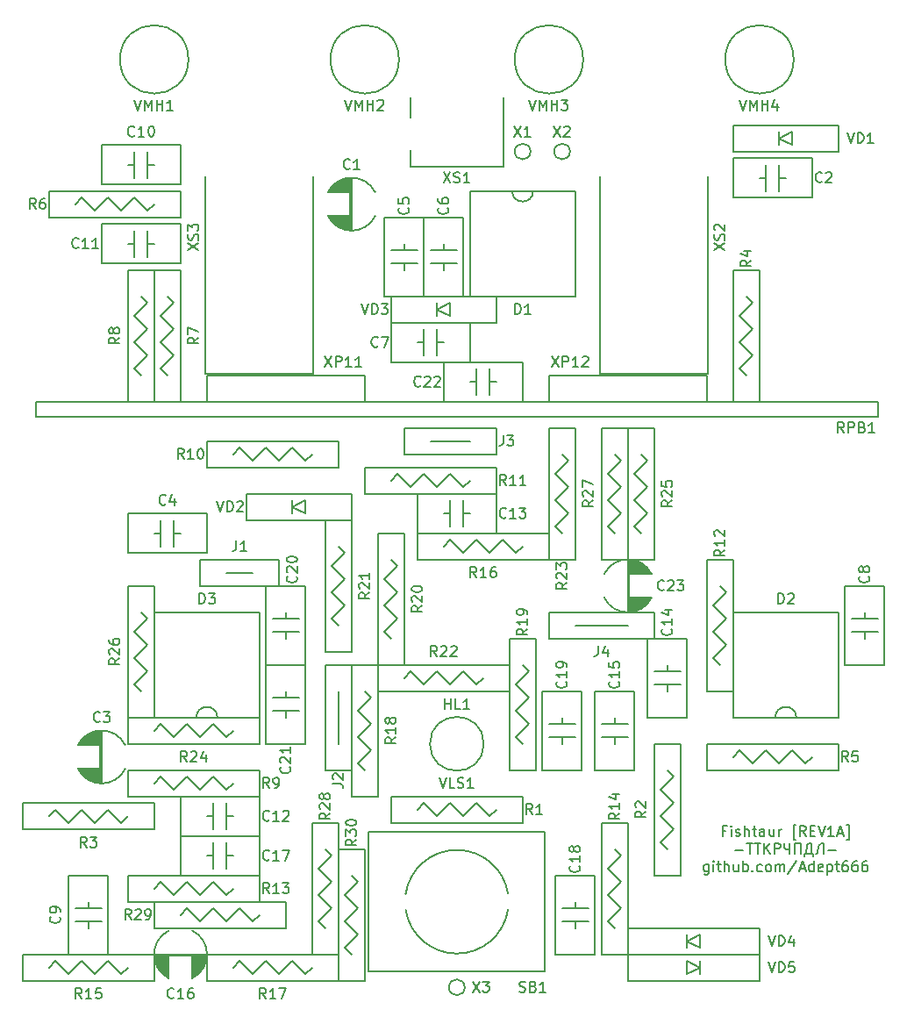
<source format=gbr>
G04 #@! TF.GenerationSoftware,KiCad,Pcbnew,5.1.6-c6e7f7d~87~ubuntu19.10.1*
G04 #@! TF.CreationDate,2021-07-04T13:23:00+06:00*
G04 #@! TF.ProjectId,fishtaur_r1a,66697368-7461-4757-925f-7231612e6b69,1A*
G04 #@! TF.SameCoordinates,Original*
G04 #@! TF.FileFunction,Legend,Top*
G04 #@! TF.FilePolarity,Positive*
%FSLAX46Y46*%
G04 Gerber Fmt 4.6, Leading zero omitted, Abs format (unit mm)*
G04 Created by KiCad (PCBNEW 5.1.6-c6e7f7d~87~ubuntu19.10.1) date 2021-07-04 13:23:00*
%MOMM*%
%LPD*%
G01*
G04 APERTURE LIST*
%ADD10C,0.200000*%
G04 APERTURE END LIST*
D10*
X131374285Y-170948571D02*
X131040952Y-170948571D01*
X131040952Y-171472380D02*
X131040952Y-170472380D01*
X131517142Y-170472380D01*
X131898095Y-171472380D02*
X131898095Y-170805714D01*
X131898095Y-170472380D02*
X131850476Y-170520000D01*
X131898095Y-170567619D01*
X131945714Y-170520000D01*
X131898095Y-170472380D01*
X131898095Y-170567619D01*
X132326666Y-171424761D02*
X132421904Y-171472380D01*
X132612380Y-171472380D01*
X132707619Y-171424761D01*
X132755238Y-171329523D01*
X132755238Y-171281904D01*
X132707619Y-171186666D01*
X132612380Y-171139047D01*
X132469523Y-171139047D01*
X132374285Y-171091428D01*
X132326666Y-170996190D01*
X132326666Y-170948571D01*
X132374285Y-170853333D01*
X132469523Y-170805714D01*
X132612380Y-170805714D01*
X132707619Y-170853333D01*
X133183809Y-171472380D02*
X133183809Y-170472380D01*
X133612380Y-171472380D02*
X133612380Y-170948571D01*
X133564761Y-170853333D01*
X133469523Y-170805714D01*
X133326666Y-170805714D01*
X133231428Y-170853333D01*
X133183809Y-170900952D01*
X133945714Y-170805714D02*
X134326666Y-170805714D01*
X134088571Y-170472380D02*
X134088571Y-171329523D01*
X134136190Y-171424761D01*
X134231428Y-171472380D01*
X134326666Y-171472380D01*
X135088571Y-171472380D02*
X135088571Y-170948571D01*
X135040952Y-170853333D01*
X134945714Y-170805714D01*
X134755238Y-170805714D01*
X134660000Y-170853333D01*
X135088571Y-171424761D02*
X134993333Y-171472380D01*
X134755238Y-171472380D01*
X134660000Y-171424761D01*
X134612380Y-171329523D01*
X134612380Y-171234285D01*
X134660000Y-171139047D01*
X134755238Y-171091428D01*
X134993333Y-171091428D01*
X135088571Y-171043809D01*
X135993333Y-170805714D02*
X135993333Y-171472380D01*
X135564761Y-170805714D02*
X135564761Y-171329523D01*
X135612380Y-171424761D01*
X135707619Y-171472380D01*
X135850476Y-171472380D01*
X135945714Y-171424761D01*
X135993333Y-171377142D01*
X136469523Y-171472380D02*
X136469523Y-170805714D01*
X136469523Y-170996190D02*
X136517142Y-170900952D01*
X136564761Y-170853333D01*
X136660000Y-170805714D01*
X136755238Y-170805714D01*
X138136190Y-171805714D02*
X137898095Y-171805714D01*
X137898095Y-170377142D01*
X138136190Y-170377142D01*
X139088571Y-171472380D02*
X138755238Y-170996190D01*
X138517142Y-171472380D02*
X138517142Y-170472380D01*
X138898095Y-170472380D01*
X138993333Y-170520000D01*
X139040952Y-170567619D01*
X139088571Y-170662857D01*
X139088571Y-170805714D01*
X139040952Y-170900952D01*
X138993333Y-170948571D01*
X138898095Y-170996190D01*
X138517142Y-170996190D01*
X139517142Y-170948571D02*
X139850476Y-170948571D01*
X139993333Y-171472380D02*
X139517142Y-171472380D01*
X139517142Y-170472380D01*
X139993333Y-170472380D01*
X140279047Y-170472380D02*
X140612380Y-171472380D01*
X140945714Y-170472380D01*
X141802857Y-171472380D02*
X141231428Y-171472380D01*
X141517142Y-171472380D02*
X141517142Y-170472380D01*
X141421904Y-170615238D01*
X141326666Y-170710476D01*
X141231428Y-170758095D01*
X142183809Y-171186666D02*
X142660000Y-171186666D01*
X142088571Y-171472380D02*
X142421904Y-170472380D01*
X142755238Y-171472380D01*
X142993333Y-171805714D02*
X143231428Y-171805714D01*
X143231428Y-170377142D01*
X142993333Y-170377142D01*
X132302857Y-172791428D02*
X133064761Y-172791428D01*
X133398095Y-172172380D02*
X133969523Y-172172380D01*
X133683809Y-173172380D02*
X133683809Y-172172380D01*
X134160000Y-172172380D02*
X134731428Y-172172380D01*
X134445714Y-173172380D02*
X134445714Y-172172380D01*
X135064761Y-173172380D02*
X135064761Y-172172380D01*
X135636190Y-173172380D02*
X135207619Y-172600952D01*
X135636190Y-172172380D02*
X135064761Y-172743809D01*
X136064761Y-173172380D02*
X136064761Y-172172380D01*
X136445714Y-172172380D01*
X136540952Y-172220000D01*
X136588571Y-172267619D01*
X136636190Y-172362857D01*
X136636190Y-172505714D01*
X136588571Y-172600952D01*
X136540952Y-172648571D01*
X136445714Y-172696190D01*
X136064761Y-172696190D01*
X137540952Y-172172380D02*
X137540952Y-173172380D01*
X137017142Y-172172380D02*
X137017142Y-172553333D01*
X137064761Y-172648571D01*
X137112380Y-172696190D01*
X137207619Y-172743809D01*
X137540952Y-172743809D01*
X138017142Y-173172380D02*
X138017142Y-172172380D01*
X138588571Y-172172380D01*
X138588571Y-173172380D01*
X139826666Y-173410476D02*
X139826666Y-173172380D01*
X138969523Y-173172380D01*
X138969523Y-173410476D01*
X139636190Y-173172380D02*
X139636190Y-172172380D01*
X139398095Y-172172380D01*
X139302857Y-172220000D01*
X139255238Y-172267619D01*
X139207619Y-172362857D01*
X139112380Y-173172380D01*
X140779047Y-173172380D02*
X140779047Y-172172380D01*
X140636190Y-172172380D01*
X140493333Y-172220000D01*
X140398095Y-172315238D01*
X140350476Y-172458095D01*
X140255238Y-173029523D01*
X140207619Y-173124761D01*
X140112380Y-173172380D01*
X140064761Y-173172380D01*
X141255238Y-172791428D02*
X142017142Y-172791428D01*
X129707619Y-174205714D02*
X129707619Y-175015238D01*
X129660000Y-175110476D01*
X129612380Y-175158095D01*
X129517142Y-175205714D01*
X129374285Y-175205714D01*
X129279047Y-175158095D01*
X129707619Y-174824761D02*
X129612380Y-174872380D01*
X129421904Y-174872380D01*
X129326666Y-174824761D01*
X129279047Y-174777142D01*
X129231428Y-174681904D01*
X129231428Y-174396190D01*
X129279047Y-174300952D01*
X129326666Y-174253333D01*
X129421904Y-174205714D01*
X129612380Y-174205714D01*
X129707619Y-174253333D01*
X130183809Y-174872380D02*
X130183809Y-174205714D01*
X130183809Y-173872380D02*
X130136190Y-173920000D01*
X130183809Y-173967619D01*
X130231428Y-173920000D01*
X130183809Y-173872380D01*
X130183809Y-173967619D01*
X130517142Y-174205714D02*
X130898095Y-174205714D01*
X130660000Y-173872380D02*
X130660000Y-174729523D01*
X130707619Y-174824761D01*
X130802857Y-174872380D01*
X130898095Y-174872380D01*
X131231428Y-174872380D02*
X131231428Y-173872380D01*
X131660000Y-174872380D02*
X131660000Y-174348571D01*
X131612380Y-174253333D01*
X131517142Y-174205714D01*
X131374285Y-174205714D01*
X131279047Y-174253333D01*
X131231428Y-174300952D01*
X132564761Y-174205714D02*
X132564761Y-174872380D01*
X132136190Y-174205714D02*
X132136190Y-174729523D01*
X132183809Y-174824761D01*
X132279047Y-174872380D01*
X132421904Y-174872380D01*
X132517142Y-174824761D01*
X132564761Y-174777142D01*
X133040952Y-174872380D02*
X133040952Y-173872380D01*
X133040952Y-174253333D02*
X133136190Y-174205714D01*
X133326666Y-174205714D01*
X133421904Y-174253333D01*
X133469523Y-174300952D01*
X133517142Y-174396190D01*
X133517142Y-174681904D01*
X133469523Y-174777142D01*
X133421904Y-174824761D01*
X133326666Y-174872380D01*
X133136190Y-174872380D01*
X133040952Y-174824761D01*
X133945714Y-174777142D02*
X133993333Y-174824761D01*
X133945714Y-174872380D01*
X133898095Y-174824761D01*
X133945714Y-174777142D01*
X133945714Y-174872380D01*
X134850476Y-174824761D02*
X134755238Y-174872380D01*
X134564761Y-174872380D01*
X134469523Y-174824761D01*
X134421904Y-174777142D01*
X134374285Y-174681904D01*
X134374285Y-174396190D01*
X134421904Y-174300952D01*
X134469523Y-174253333D01*
X134564761Y-174205714D01*
X134755238Y-174205714D01*
X134850476Y-174253333D01*
X135421904Y-174872380D02*
X135326666Y-174824761D01*
X135279047Y-174777142D01*
X135231428Y-174681904D01*
X135231428Y-174396190D01*
X135279047Y-174300952D01*
X135326666Y-174253333D01*
X135421904Y-174205714D01*
X135564761Y-174205714D01*
X135660000Y-174253333D01*
X135707619Y-174300952D01*
X135755238Y-174396190D01*
X135755238Y-174681904D01*
X135707619Y-174777142D01*
X135660000Y-174824761D01*
X135564761Y-174872380D01*
X135421904Y-174872380D01*
X136183809Y-174872380D02*
X136183809Y-174205714D01*
X136183809Y-174300952D02*
X136231428Y-174253333D01*
X136326666Y-174205714D01*
X136469523Y-174205714D01*
X136564761Y-174253333D01*
X136612380Y-174348571D01*
X136612380Y-174872380D01*
X136612380Y-174348571D02*
X136660000Y-174253333D01*
X136755238Y-174205714D01*
X136898095Y-174205714D01*
X136993333Y-174253333D01*
X137040952Y-174348571D01*
X137040952Y-174872380D01*
X138231428Y-173824761D02*
X137374285Y-175110476D01*
X138517142Y-174586666D02*
X138993333Y-174586666D01*
X138421904Y-174872380D02*
X138755238Y-173872380D01*
X139088571Y-174872380D01*
X139850476Y-174872380D02*
X139850476Y-173872380D01*
X139850476Y-174824761D02*
X139755238Y-174872380D01*
X139564761Y-174872380D01*
X139469523Y-174824761D01*
X139421904Y-174777142D01*
X139374285Y-174681904D01*
X139374285Y-174396190D01*
X139421904Y-174300952D01*
X139469523Y-174253333D01*
X139564761Y-174205714D01*
X139755238Y-174205714D01*
X139850476Y-174253333D01*
X140707619Y-174824761D02*
X140612380Y-174872380D01*
X140421904Y-174872380D01*
X140326666Y-174824761D01*
X140279047Y-174729523D01*
X140279047Y-174348571D01*
X140326666Y-174253333D01*
X140421904Y-174205714D01*
X140612380Y-174205714D01*
X140707619Y-174253333D01*
X140755238Y-174348571D01*
X140755238Y-174443809D01*
X140279047Y-174539047D01*
X141183809Y-174205714D02*
X141183809Y-175205714D01*
X141183809Y-174253333D02*
X141279047Y-174205714D01*
X141469523Y-174205714D01*
X141564761Y-174253333D01*
X141612380Y-174300952D01*
X141660000Y-174396190D01*
X141660000Y-174681904D01*
X141612380Y-174777142D01*
X141564761Y-174824761D01*
X141469523Y-174872380D01*
X141279047Y-174872380D01*
X141183809Y-174824761D01*
X141945714Y-174205714D02*
X142326666Y-174205714D01*
X142088571Y-173872380D02*
X142088571Y-174729523D01*
X142136190Y-174824761D01*
X142231428Y-174872380D01*
X142326666Y-174872380D01*
X143088571Y-173872380D02*
X142898095Y-173872380D01*
X142802857Y-173920000D01*
X142755238Y-173967619D01*
X142660000Y-174110476D01*
X142612380Y-174300952D01*
X142612380Y-174681904D01*
X142660000Y-174777142D01*
X142707619Y-174824761D01*
X142802857Y-174872380D01*
X142993333Y-174872380D01*
X143088571Y-174824761D01*
X143136190Y-174777142D01*
X143183809Y-174681904D01*
X143183809Y-174443809D01*
X143136190Y-174348571D01*
X143088571Y-174300952D01*
X142993333Y-174253333D01*
X142802857Y-174253333D01*
X142707619Y-174300952D01*
X142660000Y-174348571D01*
X142612380Y-174443809D01*
X144040952Y-173872380D02*
X143850476Y-173872380D01*
X143755238Y-173920000D01*
X143707619Y-173967619D01*
X143612380Y-174110476D01*
X143564761Y-174300952D01*
X143564761Y-174681904D01*
X143612380Y-174777142D01*
X143660000Y-174824761D01*
X143755238Y-174872380D01*
X143945714Y-174872380D01*
X144040952Y-174824761D01*
X144088571Y-174777142D01*
X144136190Y-174681904D01*
X144136190Y-174443809D01*
X144088571Y-174348571D01*
X144040952Y-174300952D01*
X143945714Y-174253333D01*
X143755238Y-174253333D01*
X143660000Y-174300952D01*
X143612380Y-174348571D01*
X143564761Y-174443809D01*
X144993333Y-173872380D02*
X144802857Y-173872380D01*
X144707619Y-173920000D01*
X144660000Y-173967619D01*
X144564761Y-174110476D01*
X144517142Y-174300952D01*
X144517142Y-174681904D01*
X144564761Y-174777142D01*
X144612380Y-174824761D01*
X144707619Y-174872380D01*
X144898095Y-174872380D01*
X144993333Y-174824761D01*
X145040952Y-174777142D01*
X145088571Y-174681904D01*
X145088571Y-174443809D01*
X145040952Y-174348571D01*
X144993333Y-174300952D01*
X144898095Y-174253333D01*
X144707619Y-174253333D01*
X144612380Y-174300952D01*
X144564761Y-174348571D01*
X144517142Y-174443809D01*
X81160000Y-126830000D02*
X81160000Y-107830000D01*
X91560000Y-126830000D02*
X91560000Y-107830000D01*
X91560000Y-126830000D02*
X81160000Y-126830000D01*
X119260000Y-126830000D02*
X119260000Y-107830000D01*
X129660000Y-126830000D02*
X129660000Y-107830000D01*
X129660000Y-126830000D02*
X119260000Y-126830000D01*
X112522000Y-105410000D02*
G75*
G03*
X112522000Y-105410000I-762000J0D01*
G01*
X108010000Y-162560000D02*
G75*
G03*
X108010000Y-162560000I-2600000J0D01*
G01*
X116332000Y-105410000D02*
G75*
G03*
X116332000Y-105410000I-762000J0D01*
G01*
X136525000Y-106680000D02*
X136525000Y-109220000D01*
X135255000Y-106680000D02*
X135255000Y-109220000D01*
X136525000Y-107950000D02*
X137160000Y-107950000D01*
X134620000Y-107950000D02*
X135255000Y-107950000D01*
X139700000Y-106045000D02*
X139700000Y-109855000D01*
X132080000Y-106045000D02*
X132080000Y-109855000D01*
X132080000Y-109855000D02*
X139700000Y-109855000D01*
X132080000Y-106045000D02*
X139700000Y-106045000D01*
X106172000Y-186055000D02*
G75*
G03*
X106172000Y-186055000I-762000J0D01*
G01*
G36*
X95250000Y-113030000D02*
G01*
X94488000Y-112903000D01*
X93345000Y-112141000D01*
X92964000Y-111633000D01*
X95123000Y-111633000D01*
X95123000Y-109347000D01*
X92964000Y-109347000D01*
X93345000Y-108839000D01*
X94488000Y-108077000D01*
X95250000Y-107950000D01*
X95250000Y-113030000D01*
G37*
X95250000Y-113030000D02*
X94488000Y-112903000D01*
X93345000Y-112141000D01*
X92964000Y-111633000D01*
X95123000Y-111633000D01*
X95123000Y-109347000D01*
X92964000Y-109347000D01*
X93345000Y-108839000D01*
X94488000Y-108077000D01*
X95250000Y-107950000D01*
X95250000Y-113030000D01*
X92964002Y-109347000D02*
G75*
G02*
X97535999Y-109347001I2285998J-1143000D01*
G01*
X97535998Y-111633000D02*
G75*
G02*
X92964001Y-111632999I-2285998J1143000D01*
G01*
X109910000Y-106910000D02*
X100910000Y-106910000D01*
X109910000Y-106910000D02*
X109910000Y-100210000D01*
X100910000Y-102108000D02*
X100910000Y-100210000D01*
X100910000Y-106910000D02*
X100910000Y-105283000D01*
X113910000Y-171050000D02*
X113910000Y-184550000D01*
X96910000Y-171050000D02*
X96910000Y-184550000D01*
X96910000Y-184550000D02*
X113910000Y-184550000D01*
X96910000Y-171050000D02*
X113910000Y-171050000D01*
X110352469Y-177043696D02*
G75*
G03*
X105410000Y-172800000I-4942469J-756304D01*
G01*
X100468142Y-178560286D02*
G75*
G03*
X105410000Y-182800000I4941858J760286D01*
G01*
X110352469Y-178556304D02*
G75*
G02*
X105410000Y-182800000I-4942469J756304D01*
G01*
X100468142Y-177039714D02*
G75*
G02*
X105410000Y-172800000I4941858J-760286D01*
G01*
X79502000Y-96520000D02*
G75*
G03*
X79502000Y-96520000I-3302000J0D01*
G01*
X99822000Y-96520000D02*
G75*
G03*
X99822000Y-96520000I-3302000J0D01*
G01*
X117602000Y-96520000D02*
G75*
G03*
X117602000Y-96520000I-3302000J0D01*
G01*
X137922000Y-96520000D02*
G75*
G03*
X137922000Y-96520000I-3302000J0D01*
G01*
X102235000Y-168275000D02*
X101600000Y-168910000D01*
X103505000Y-169545000D02*
X102235000Y-168275000D01*
X104775000Y-168275000D02*
X103505000Y-169545000D01*
X106045000Y-169545000D02*
X104775000Y-168275000D01*
X107315000Y-168275000D02*
X106045000Y-169545000D01*
X108585000Y-169545000D02*
X107315000Y-168275000D01*
X109220000Y-168910000D02*
X108585000Y-169545000D01*
X99060000Y-170180000D02*
X99060000Y-167640000D01*
X111760000Y-170180000D02*
X111760000Y-167640000D01*
X111760000Y-167640000D02*
X99060000Y-167640000D01*
X111760000Y-170180000D02*
X99060000Y-170180000D01*
X95885000Y-175895000D02*
X95250000Y-175260000D01*
X94615000Y-177165000D02*
X95885000Y-175895000D01*
X95885000Y-178435000D02*
X94615000Y-177165000D01*
X94615000Y-179705000D02*
X95885000Y-178435000D01*
X95885000Y-180975000D02*
X94615000Y-179705000D01*
X94615000Y-182245000D02*
X95885000Y-180975000D01*
X95250000Y-182880000D02*
X94615000Y-182245000D01*
X93980000Y-172720000D02*
X96520000Y-172720000D01*
X93980000Y-185420000D02*
X96520000Y-185420000D01*
X96520000Y-185420000D02*
X96520000Y-172720000D01*
X93980000Y-185420000D02*
X93980000Y-172720000D01*
X132080000Y-160020000D02*
X132080000Y-149860000D01*
X142240000Y-160020000D02*
X132080000Y-160020000D01*
X142240000Y-149860000D02*
X132080000Y-149860000D01*
X142240000Y-160020000D02*
X142240000Y-149860000D01*
X138176000Y-160020000D02*
G75*
G03*
X136144000Y-160020000I-1016000J0D01*
G01*
X146050000Y-151765000D02*
X143510000Y-151765000D01*
X146050000Y-150495000D02*
X143510000Y-150495000D01*
X144780000Y-151765000D02*
X144780000Y-152400000D01*
X144780000Y-149860000D02*
X144780000Y-150495000D01*
X146685000Y-154940000D02*
X142875000Y-154940000D01*
X146685000Y-147320000D02*
X142875000Y-147320000D01*
X142875000Y-147320000D02*
X142875000Y-154940000D01*
X146685000Y-147320000D02*
X146685000Y-154940000D01*
X83185000Y-168275000D02*
X83185000Y-170815000D01*
X81915000Y-168275000D02*
X81915000Y-170815000D01*
X83185000Y-169545000D02*
X83820000Y-169545000D01*
X81280000Y-169545000D02*
X81915000Y-169545000D01*
X86360000Y-167640000D02*
X86360000Y-171450000D01*
X78740000Y-167640000D02*
X78740000Y-171450000D01*
X78740000Y-171450000D02*
X86360000Y-171450000D01*
X78740000Y-167640000D02*
X86360000Y-167640000D01*
X106045000Y-139065000D02*
X106045000Y-141605000D01*
X104775000Y-139065000D02*
X104775000Y-141605000D01*
X106045000Y-140335000D02*
X106680000Y-140335000D01*
X104140000Y-140335000D02*
X104775000Y-140335000D01*
X109220000Y-138430000D02*
X109220000Y-142240000D01*
X101600000Y-138430000D02*
X101600000Y-142240000D01*
X101600000Y-142240000D02*
X109220000Y-142240000D01*
X101600000Y-138430000D02*
X109220000Y-138430000D01*
X127000000Y-156845000D02*
X124460000Y-156845000D01*
X127000000Y-155575000D02*
X124460000Y-155575000D01*
X125730000Y-156845000D02*
X125730000Y-157480000D01*
X125730000Y-154940000D02*
X125730000Y-155575000D01*
X127635000Y-160020000D02*
X123825000Y-160020000D01*
X127635000Y-152400000D02*
X123825000Y-152400000D01*
X123825000Y-152400000D02*
X123825000Y-160020000D01*
X127635000Y-152400000D02*
X127635000Y-160020000D01*
X121920000Y-161925000D02*
X119380000Y-161925000D01*
X121920000Y-160655000D02*
X119380000Y-160655000D01*
X120650000Y-161925000D02*
X120650000Y-162560000D01*
X120650000Y-160020000D02*
X120650000Y-160655000D01*
X122555000Y-165100000D02*
X118745000Y-165100000D01*
X122555000Y-157480000D02*
X118745000Y-157480000D01*
X118745000Y-157480000D02*
X118745000Y-165100000D01*
X122555000Y-157480000D02*
X122555000Y-165100000D01*
X115570000Y-178435000D02*
X118110000Y-178435000D01*
X115570000Y-179705000D02*
X118110000Y-179705000D01*
X116840000Y-178435000D02*
X116840000Y-177800000D01*
X116840000Y-180340000D02*
X116840000Y-179705000D01*
X114935000Y-175260000D02*
X118745000Y-175260000D01*
X114935000Y-182880000D02*
X118745000Y-182880000D01*
X118745000Y-182880000D02*
X118745000Y-175260000D01*
X114935000Y-182880000D02*
X114935000Y-175260000D01*
X114300000Y-160655000D02*
X116840000Y-160655000D01*
X114300000Y-161925000D02*
X116840000Y-161925000D01*
X115570000Y-160655000D02*
X115570000Y-160020000D01*
X115570000Y-162560000D02*
X115570000Y-161925000D01*
X113665000Y-157480000D02*
X117475000Y-157480000D01*
X113665000Y-165100000D02*
X117475000Y-165100000D01*
X117475000Y-165100000D02*
X117475000Y-157480000D01*
X113665000Y-165100000D02*
X113665000Y-157480000D01*
X87630000Y-150495000D02*
X90170000Y-150495000D01*
X87630000Y-151765000D02*
X90170000Y-151765000D01*
X88900000Y-150495000D02*
X88900000Y-149860000D01*
X88900000Y-152400000D02*
X88900000Y-151765000D01*
X86995000Y-147320000D02*
X90805000Y-147320000D01*
X86995000Y-154940000D02*
X90805000Y-154940000D01*
X90805000Y-154940000D02*
X90805000Y-147320000D01*
X86995000Y-154940000D02*
X86995000Y-147320000D01*
X90170000Y-159385000D02*
X87630000Y-159385000D01*
X90170000Y-158115000D02*
X87630000Y-158115000D01*
X88900000Y-159385000D02*
X88900000Y-160020000D01*
X88900000Y-157480000D02*
X88900000Y-158115000D01*
X90805000Y-162560000D02*
X86995000Y-162560000D01*
X90805000Y-154940000D02*
X86995000Y-154940000D01*
X86995000Y-154940000D02*
X86995000Y-162560000D01*
X90805000Y-154940000D02*
X90805000Y-162560000D01*
X81915000Y-174625000D02*
X81915000Y-172085000D01*
X83185000Y-174625000D02*
X83185000Y-172085000D01*
X81915000Y-173355000D02*
X81280000Y-173355000D01*
X83820000Y-173355000D02*
X83185000Y-173355000D01*
X78740000Y-175260000D02*
X78740000Y-171450000D01*
X86360000Y-175260000D02*
X86360000Y-171450000D01*
X86360000Y-171450000D02*
X78740000Y-171450000D01*
X86360000Y-175260000D02*
X78740000Y-175260000D01*
X132715000Y-126365000D02*
X133350000Y-127000000D01*
X133985000Y-125095000D02*
X132715000Y-126365000D01*
X132715000Y-123825000D02*
X133985000Y-125095000D01*
X133985000Y-122555000D02*
X132715000Y-123825000D01*
X132715000Y-121285000D02*
X133985000Y-122555000D01*
X133985000Y-120015000D02*
X132715000Y-121285000D01*
X133350000Y-119380000D02*
X133985000Y-120015000D01*
X134620000Y-129540000D02*
X132080000Y-129540000D01*
X134620000Y-116840000D02*
X132080000Y-116840000D01*
X132080000Y-116840000D02*
X132080000Y-129540000D01*
X134620000Y-116840000D02*
X134620000Y-129540000D01*
X139065000Y-164465000D02*
X139700000Y-163830000D01*
X137795000Y-163195000D02*
X139065000Y-164465000D01*
X136525000Y-164465000D02*
X137795000Y-163195000D01*
X135255000Y-163195000D02*
X136525000Y-164465000D01*
X133985000Y-164465000D02*
X135255000Y-163195000D01*
X132715000Y-163195000D02*
X133985000Y-164465000D01*
X132080000Y-163830000D02*
X132715000Y-163195000D01*
X142240000Y-162560000D02*
X142240000Y-165100000D01*
X129540000Y-162560000D02*
X129540000Y-165100000D01*
X129540000Y-165100000D02*
X142240000Y-165100000D01*
X129540000Y-162560000D02*
X142240000Y-162560000D01*
X83185000Y-177165000D02*
X83820000Y-176530000D01*
X81915000Y-175895000D02*
X83185000Y-177165000D01*
X80645000Y-177165000D02*
X81915000Y-175895000D01*
X79375000Y-175895000D02*
X80645000Y-177165000D01*
X78105000Y-177165000D02*
X79375000Y-175895000D01*
X76835000Y-175895000D02*
X78105000Y-177165000D01*
X76200000Y-176530000D02*
X76835000Y-175895000D01*
X86360000Y-175260000D02*
X86360000Y-177800000D01*
X73660000Y-175260000D02*
X73660000Y-177800000D01*
X73660000Y-177800000D02*
X86360000Y-177800000D01*
X73660000Y-175260000D02*
X86360000Y-175260000D01*
X84455000Y-133985000D02*
X83820000Y-134620000D01*
X85725000Y-135255000D02*
X84455000Y-133985000D01*
X86995000Y-133985000D02*
X85725000Y-135255000D01*
X88265000Y-135255000D02*
X86995000Y-133985000D01*
X89535000Y-133985000D02*
X88265000Y-135255000D01*
X90805000Y-135255000D02*
X89535000Y-133985000D01*
X91440000Y-134620000D02*
X90805000Y-135255000D01*
X81280000Y-135890000D02*
X81280000Y-133350000D01*
X93980000Y-135890000D02*
X93980000Y-133350000D01*
X93980000Y-133350000D02*
X81280000Y-133350000D01*
X93980000Y-135890000D02*
X81280000Y-135890000D01*
X106045000Y-137795000D02*
X106680000Y-137160000D01*
X104775000Y-136525000D02*
X106045000Y-137795000D01*
X103505000Y-137795000D02*
X104775000Y-136525000D01*
X102235000Y-136525000D02*
X103505000Y-137795000D01*
X100965000Y-137795000D02*
X102235000Y-136525000D01*
X99695000Y-136525000D02*
X100965000Y-137795000D01*
X99060000Y-137160000D02*
X99695000Y-136525000D01*
X109220000Y-135890000D02*
X109220000Y-138430000D01*
X96520000Y-135890000D02*
X96520000Y-138430000D01*
X96520000Y-138430000D02*
X109220000Y-138430000D01*
X96520000Y-135890000D02*
X109220000Y-135890000D01*
X130175000Y-154305000D02*
X130810000Y-154940000D01*
X131445000Y-153035000D02*
X130175000Y-154305000D01*
X130175000Y-151765000D02*
X131445000Y-153035000D01*
X131445000Y-150495000D02*
X130175000Y-151765000D01*
X130175000Y-149225000D02*
X131445000Y-150495000D01*
X131445000Y-147955000D02*
X130175000Y-149225000D01*
X130810000Y-147320000D02*
X131445000Y-147955000D01*
X132080000Y-157480000D02*
X129540000Y-157480000D01*
X132080000Y-144780000D02*
X129540000Y-144780000D01*
X129540000Y-144780000D02*
X129540000Y-157480000D01*
X132080000Y-144780000D02*
X132080000Y-157480000D01*
X120015000Y-179705000D02*
X120650000Y-180340000D01*
X121285000Y-178435000D02*
X120015000Y-179705000D01*
X120015000Y-177165000D02*
X121285000Y-178435000D01*
X121285000Y-175895000D02*
X120015000Y-177165000D01*
X120015000Y-174625000D02*
X121285000Y-175895000D01*
X121285000Y-173355000D02*
X120015000Y-174625000D01*
X120650000Y-172720000D02*
X121285000Y-173355000D01*
X121920000Y-182880000D02*
X119380000Y-182880000D01*
X121920000Y-170180000D02*
X119380000Y-170180000D01*
X119380000Y-170180000D02*
X119380000Y-182880000D01*
X121920000Y-170180000D02*
X121920000Y-182880000D01*
X111125000Y-144145000D02*
X111760000Y-143510000D01*
X109855000Y-142875000D02*
X111125000Y-144145000D01*
X108585000Y-144145000D02*
X109855000Y-142875000D01*
X107315000Y-142875000D02*
X108585000Y-144145000D01*
X106045000Y-144145000D02*
X107315000Y-142875000D01*
X104775000Y-142875000D02*
X106045000Y-144145000D01*
X104140000Y-143510000D02*
X104775000Y-142875000D01*
X114300000Y-142240000D02*
X114300000Y-144780000D01*
X101600000Y-142240000D02*
X101600000Y-144780000D01*
X101600000Y-144780000D02*
X114300000Y-144780000D01*
X101600000Y-142240000D02*
X114300000Y-142240000D01*
X112395000Y-155575000D02*
X111760000Y-154940000D01*
X111125000Y-156845000D02*
X112395000Y-155575000D01*
X112395000Y-158115000D02*
X111125000Y-156845000D01*
X111125000Y-159385000D02*
X112395000Y-158115000D01*
X112395000Y-160655000D02*
X111125000Y-159385000D01*
X111125000Y-161925000D02*
X112395000Y-160655000D01*
X111760000Y-162560000D02*
X111125000Y-161925000D01*
X110490000Y-152400000D02*
X113030000Y-152400000D01*
X110490000Y-165100000D02*
X113030000Y-165100000D01*
X113030000Y-165100000D02*
X113030000Y-152400000D01*
X110490000Y-165100000D02*
X110490000Y-152400000D01*
X98425000Y-151765000D02*
X99060000Y-152400000D01*
X99695000Y-150495000D02*
X98425000Y-151765000D01*
X98425000Y-149225000D02*
X99695000Y-150495000D01*
X99695000Y-147955000D02*
X98425000Y-149225000D01*
X98425000Y-146685000D02*
X99695000Y-147955000D01*
X99695000Y-145415000D02*
X98425000Y-146685000D01*
X99060000Y-144780000D02*
X99695000Y-145415000D01*
X100330000Y-154940000D02*
X97790000Y-154940000D01*
X100330000Y-142240000D02*
X97790000Y-142240000D01*
X97790000Y-142240000D02*
X97790000Y-154940000D01*
X100330000Y-142240000D02*
X100330000Y-154940000D01*
X93345000Y-150495000D02*
X93980000Y-151130000D01*
X94615000Y-149225000D02*
X93345000Y-150495000D01*
X93345000Y-147955000D02*
X94615000Y-149225000D01*
X94615000Y-146685000D02*
X93345000Y-147955000D01*
X93345000Y-145415000D02*
X94615000Y-146685000D01*
X94615000Y-144145000D02*
X93345000Y-145415000D01*
X93980000Y-143510000D02*
X94615000Y-144145000D01*
X95250000Y-153670000D02*
X92710000Y-153670000D01*
X95250000Y-140970000D02*
X92710000Y-140970000D01*
X92710000Y-140970000D02*
X92710000Y-153670000D01*
X95250000Y-140970000D02*
X95250000Y-153670000D01*
X97155000Y-158115000D02*
X96520000Y-157480000D01*
X95885000Y-159385000D02*
X97155000Y-158115000D01*
X97155000Y-160655000D02*
X95885000Y-159385000D01*
X95885000Y-161925000D02*
X97155000Y-160655000D01*
X97155000Y-163195000D02*
X95885000Y-161925000D01*
X95885000Y-164465000D02*
X97155000Y-163195000D01*
X96520000Y-165100000D02*
X95885000Y-164465000D01*
X95250000Y-154940000D02*
X97790000Y-154940000D01*
X95250000Y-167640000D02*
X97790000Y-167640000D01*
X97790000Y-167640000D02*
X97790000Y-154940000D01*
X95250000Y-167640000D02*
X95250000Y-154940000D01*
X107315000Y-156845000D02*
X107950000Y-156210000D01*
X106045000Y-155575000D02*
X107315000Y-156845000D01*
X104775000Y-156845000D02*
X106045000Y-155575000D01*
X103505000Y-155575000D02*
X104775000Y-156845000D01*
X102235000Y-156845000D02*
X103505000Y-155575000D01*
X100965000Y-155575000D02*
X102235000Y-156845000D01*
X100330000Y-156210000D02*
X100965000Y-155575000D01*
X110490000Y-154940000D02*
X110490000Y-157480000D01*
X97790000Y-154940000D02*
X97790000Y-157480000D01*
X97790000Y-157480000D02*
X110490000Y-157480000D01*
X97790000Y-154940000D02*
X110490000Y-154940000D01*
X127635000Y-182245000D02*
X127635000Y-180975000D01*
X128905000Y-180975000D02*
X127635000Y-181610000D01*
X128905000Y-182245000D02*
X127635000Y-181610000D01*
X128905000Y-182245000D02*
X128905000Y-180975000D01*
X121920000Y-182880000D02*
X121920000Y-180340000D01*
X134620000Y-182880000D02*
X134620000Y-180340000D01*
X134620000Y-180340000D02*
X121920000Y-180340000D01*
X134620000Y-182880000D02*
X121920000Y-182880000D01*
X128905000Y-183515000D02*
X128905000Y-184785000D01*
X127635000Y-184785000D02*
X128905000Y-184150000D01*
X127635000Y-183515000D02*
X128905000Y-184150000D01*
X127635000Y-183515000D02*
X127635000Y-184785000D01*
X134620000Y-182880000D02*
X134620000Y-185420000D01*
X121920000Y-182880000D02*
X121920000Y-185420000D01*
X121920000Y-185420000D02*
X134620000Y-185420000D01*
X121920000Y-182880000D02*
X134620000Y-182880000D01*
X68580000Y-178435000D02*
X71120000Y-178435000D01*
X68580000Y-179705000D02*
X71120000Y-179705000D01*
X69850000Y-178435000D02*
X69850000Y-177800000D01*
X69850000Y-180340000D02*
X69850000Y-179705000D01*
X67945000Y-175260000D02*
X71755000Y-175260000D01*
X67945000Y-182880000D02*
X71755000Y-182880000D01*
X71755000Y-182880000D02*
X71755000Y-175260000D01*
X67945000Y-182880000D02*
X67945000Y-175260000D01*
X75565000Y-105410000D02*
X75565000Y-107950000D01*
X74295000Y-105410000D02*
X74295000Y-107950000D01*
X75565000Y-106680000D02*
X76200000Y-106680000D01*
X73660000Y-106680000D02*
X74295000Y-106680000D01*
X78740000Y-104775000D02*
X78740000Y-108585000D01*
X71120000Y-104775000D02*
X71120000Y-108585000D01*
X71120000Y-108585000D02*
X78740000Y-108585000D01*
X71120000Y-104775000D02*
X78740000Y-104775000D01*
X74295000Y-115570000D02*
X74295000Y-113030000D01*
X75565000Y-115570000D02*
X75565000Y-113030000D01*
X74295000Y-114300000D02*
X73660000Y-114300000D01*
X76200000Y-114300000D02*
X75565000Y-114300000D01*
X71120000Y-116205000D02*
X71120000Y-112395000D01*
X78740000Y-116205000D02*
X78740000Y-112395000D01*
X78740000Y-112395000D02*
X71120000Y-112395000D01*
X78740000Y-116205000D02*
X71120000Y-116205000D01*
G36*
X81280000Y-182880000D02*
G01*
X81153000Y-183642000D01*
X80391000Y-184785000D01*
X79883000Y-185166000D01*
X79883000Y-183007000D01*
X77597000Y-183007000D01*
X77597000Y-185166000D01*
X77089000Y-184785000D01*
X76327000Y-183642000D01*
X76200000Y-182880000D01*
X81280000Y-182880000D01*
G37*
X81280000Y-182880000D02*
X81153000Y-183642000D01*
X80391000Y-184785000D01*
X79883000Y-185166000D01*
X79883000Y-183007000D01*
X77597000Y-183007000D01*
X77597000Y-185166000D01*
X77089000Y-184785000D01*
X76327000Y-183642000D01*
X76200000Y-182880000D01*
X81280000Y-182880000D01*
X77597000Y-185165998D02*
G75*
G02*
X77597001Y-180594001I1143000J2285998D01*
G01*
X79883000Y-180594002D02*
G75*
G02*
X79882999Y-185165999I-1143000J-2285998D01*
G01*
X73025000Y-184785000D02*
X73660000Y-184150000D01*
X71755000Y-183515000D02*
X73025000Y-184785000D01*
X70485000Y-184785000D02*
X71755000Y-183515000D01*
X69215000Y-183515000D02*
X70485000Y-184785000D01*
X67945000Y-184785000D02*
X69215000Y-183515000D01*
X66675000Y-183515000D02*
X67945000Y-184785000D01*
X66040000Y-184150000D02*
X66675000Y-183515000D01*
X76200000Y-182880000D02*
X76200000Y-185420000D01*
X63500000Y-182880000D02*
X63500000Y-185420000D01*
X63500000Y-185420000D02*
X76200000Y-185420000D01*
X63500000Y-182880000D02*
X76200000Y-182880000D01*
X90805000Y-184785000D02*
X91440000Y-184150000D01*
X89535000Y-183515000D02*
X90805000Y-184785000D01*
X88265000Y-184785000D02*
X89535000Y-183515000D01*
X86995000Y-183515000D02*
X88265000Y-184785000D01*
X85725000Y-184785000D02*
X86995000Y-183515000D01*
X84455000Y-183515000D02*
X85725000Y-184785000D01*
X83820000Y-184150000D02*
X84455000Y-183515000D01*
X93980000Y-182880000D02*
X93980000Y-185420000D01*
X81280000Y-182880000D02*
X81280000Y-185420000D01*
X81280000Y-185420000D02*
X93980000Y-185420000D01*
X81280000Y-182880000D02*
X93980000Y-182880000D01*
X69215000Y-109855000D02*
X68580000Y-110490000D01*
X70485000Y-111125000D02*
X69215000Y-109855000D01*
X71755000Y-109855000D02*
X70485000Y-111125000D01*
X73025000Y-111125000D02*
X71755000Y-109855000D01*
X74295000Y-109855000D02*
X73025000Y-111125000D01*
X75565000Y-111125000D02*
X74295000Y-109855000D01*
X76200000Y-110490000D02*
X75565000Y-111125000D01*
X66040000Y-111760000D02*
X66040000Y-109220000D01*
X78740000Y-111760000D02*
X78740000Y-109220000D01*
X78740000Y-109220000D02*
X66040000Y-109220000D01*
X78740000Y-111760000D02*
X66040000Y-111760000D01*
X78105000Y-120015000D02*
X77470000Y-119380000D01*
X76835000Y-121285000D02*
X78105000Y-120015000D01*
X78105000Y-122555000D02*
X76835000Y-121285000D01*
X76835000Y-123825000D02*
X78105000Y-122555000D01*
X78105000Y-125095000D02*
X76835000Y-123825000D01*
X76835000Y-126365000D02*
X78105000Y-125095000D01*
X77470000Y-127000000D02*
X76835000Y-126365000D01*
X76200000Y-116840000D02*
X78740000Y-116840000D01*
X76200000Y-129540000D02*
X78740000Y-129540000D01*
X78740000Y-129540000D02*
X78740000Y-116840000D01*
X76200000Y-129540000D02*
X76200000Y-116840000D01*
X75565000Y-120015000D02*
X74930000Y-119380000D01*
X74295000Y-121285000D02*
X75565000Y-120015000D01*
X75565000Y-122555000D02*
X74295000Y-121285000D01*
X74295000Y-123825000D02*
X75565000Y-122555000D01*
X75565000Y-125095000D02*
X74295000Y-123825000D01*
X74295000Y-126365000D02*
X75565000Y-125095000D01*
X74930000Y-127000000D02*
X74295000Y-126365000D01*
X73660000Y-116840000D02*
X76200000Y-116840000D01*
X73660000Y-129540000D02*
X76200000Y-129540000D01*
X76200000Y-129540000D02*
X76200000Y-116840000D01*
X73660000Y-129540000D02*
X73660000Y-116840000D01*
X116205000Y-135255000D02*
X115570000Y-134620000D01*
X114935000Y-136525000D02*
X116205000Y-135255000D01*
X116205000Y-137795000D02*
X114935000Y-136525000D01*
X114935000Y-139065000D02*
X116205000Y-137795000D01*
X116205000Y-140335000D02*
X114935000Y-139065000D01*
X114935000Y-141605000D02*
X116205000Y-140335000D01*
X115570000Y-142240000D02*
X114935000Y-141605000D01*
X114300000Y-132080000D02*
X116840000Y-132080000D01*
X114300000Y-144780000D02*
X116840000Y-144780000D01*
X116840000Y-144780000D02*
X116840000Y-132080000D01*
X114300000Y-144780000D02*
X114300000Y-132080000D01*
X76835000Y-160655000D02*
X76200000Y-161290000D01*
X78105000Y-161925000D02*
X76835000Y-160655000D01*
X79375000Y-160655000D02*
X78105000Y-161925000D01*
X80645000Y-161925000D02*
X79375000Y-160655000D01*
X81915000Y-160655000D02*
X80645000Y-161925000D01*
X83185000Y-161925000D02*
X81915000Y-160655000D01*
X83820000Y-161290000D02*
X83185000Y-161925000D01*
X73660000Y-162560000D02*
X73660000Y-160020000D01*
X86360000Y-162560000D02*
X86360000Y-160020000D01*
X86360000Y-160020000D02*
X73660000Y-160020000D01*
X86360000Y-162560000D02*
X73660000Y-162560000D01*
X107315000Y-128905000D02*
X107315000Y-126365000D01*
X108585000Y-128905000D02*
X108585000Y-126365000D01*
X107315000Y-127635000D02*
X106680000Y-127635000D01*
X109220000Y-127635000D02*
X108585000Y-127635000D01*
X104140000Y-129540000D02*
X104140000Y-125730000D01*
X111760000Y-129540000D02*
X111760000Y-125730000D01*
X111760000Y-125730000D02*
X104140000Y-125730000D01*
X111760000Y-129540000D02*
X104140000Y-129540000D01*
G36*
X121920000Y-144780000D02*
G01*
X122682000Y-144907000D01*
X123825000Y-145669000D01*
X124206000Y-146177000D01*
X122047000Y-146177000D01*
X122047000Y-148463000D01*
X124206000Y-148463000D01*
X123825000Y-148971000D01*
X122682000Y-149733000D01*
X121920000Y-149860000D01*
X121920000Y-144780000D01*
G37*
X121920000Y-144780000D02*
X122682000Y-144907000D01*
X123825000Y-145669000D01*
X124206000Y-146177000D01*
X122047000Y-146177000D01*
X122047000Y-148463000D01*
X124206000Y-148463000D01*
X123825000Y-148971000D01*
X122682000Y-149733000D01*
X121920000Y-149860000D01*
X121920000Y-144780000D01*
X124205998Y-148463000D02*
G75*
G02*
X119634001Y-148462999I-2285998J1143000D01*
G01*
X119634002Y-146177000D02*
G75*
G02*
X124205999Y-146177001I2285998J-1143000D01*
G01*
X120015000Y-141605000D02*
X120650000Y-142240000D01*
X121285000Y-140335000D02*
X120015000Y-141605000D01*
X120015000Y-139065000D02*
X121285000Y-140335000D01*
X121285000Y-137795000D02*
X120015000Y-139065000D01*
X120015000Y-136525000D02*
X121285000Y-137795000D01*
X121285000Y-135255000D02*
X120015000Y-136525000D01*
X120650000Y-134620000D02*
X121285000Y-135255000D01*
X121920000Y-144780000D02*
X119380000Y-144780000D01*
X121920000Y-132080000D02*
X119380000Y-132080000D01*
X119380000Y-132080000D02*
X119380000Y-144780000D01*
X121920000Y-132080000D02*
X121920000Y-144780000D01*
X123825000Y-135255000D02*
X123190000Y-134620000D01*
X122555000Y-136525000D02*
X123825000Y-135255000D01*
X123825000Y-137795000D02*
X122555000Y-136525000D01*
X122555000Y-139065000D02*
X123825000Y-137795000D01*
X123825000Y-140335000D02*
X122555000Y-139065000D01*
X122555000Y-141605000D02*
X123825000Y-140335000D01*
X123190000Y-142240000D02*
X122555000Y-141605000D01*
X121920000Y-132080000D02*
X124460000Y-132080000D01*
X121920000Y-144780000D02*
X124460000Y-144780000D01*
X124460000Y-144780000D02*
X124460000Y-132080000D01*
X121920000Y-144780000D02*
X121920000Y-132080000D01*
X116840000Y-109220000D02*
X116840000Y-119380000D01*
X106680000Y-109220000D02*
X116840000Y-109220000D01*
X106680000Y-119380000D02*
X116840000Y-119380000D01*
X106680000Y-109220000D02*
X106680000Y-119380000D01*
X110744000Y-109220000D02*
G75*
G03*
X112776000Y-109220000I1016000J0D01*
G01*
X93345000Y-173355000D02*
X92710000Y-172720000D01*
X92075000Y-174625000D02*
X93345000Y-173355000D01*
X93345000Y-175895000D02*
X92075000Y-174625000D01*
X92075000Y-177165000D02*
X93345000Y-175895000D01*
X93345000Y-178435000D02*
X92075000Y-177165000D01*
X92075000Y-179705000D02*
X93345000Y-178435000D01*
X92710000Y-180340000D02*
X92075000Y-179705000D01*
X91440000Y-170180000D02*
X93980000Y-170180000D01*
X91440000Y-182880000D02*
X93980000Y-182880000D01*
X93980000Y-182880000D02*
X93980000Y-170180000D01*
X91440000Y-182880000D02*
X91440000Y-170180000D01*
X79375000Y-178435000D02*
X78740000Y-179070000D01*
X80645000Y-179705000D02*
X79375000Y-178435000D01*
X81915000Y-178435000D02*
X80645000Y-179705000D01*
X83185000Y-179705000D02*
X81915000Y-178435000D01*
X84455000Y-178435000D02*
X83185000Y-179705000D01*
X85725000Y-179705000D02*
X84455000Y-178435000D01*
X86360000Y-179070000D02*
X85725000Y-179705000D01*
X76200000Y-180340000D02*
X76200000Y-177800000D01*
X88900000Y-180340000D02*
X88900000Y-177800000D01*
X88900000Y-177800000D02*
X76200000Y-177800000D01*
X88900000Y-180340000D02*
X76200000Y-180340000D01*
G36*
X71120000Y-166370000D02*
G01*
X70358000Y-166243000D01*
X69215000Y-165481000D01*
X68834000Y-164973000D01*
X70993000Y-164973000D01*
X70993000Y-162687000D01*
X68834000Y-162687000D01*
X69215000Y-162179000D01*
X70358000Y-161417000D01*
X71120000Y-161290000D01*
X71120000Y-166370000D01*
G37*
X71120000Y-166370000D02*
X70358000Y-166243000D01*
X69215000Y-165481000D01*
X68834000Y-164973000D01*
X70993000Y-164973000D01*
X70993000Y-162687000D01*
X68834000Y-162687000D01*
X69215000Y-162179000D01*
X70358000Y-161417000D01*
X71120000Y-161290000D01*
X71120000Y-166370000D01*
X68834002Y-162687000D02*
G75*
G02*
X73405999Y-162687001I2285998J-1143000D01*
G01*
X73405998Y-164973000D02*
G75*
G02*
X68834001Y-164972999I-2285998J1143000D01*
G01*
X103505000Y-122555000D02*
X103505000Y-125095000D01*
X102235000Y-122555000D02*
X102235000Y-125095000D01*
X103505000Y-123825000D02*
X104140000Y-123825000D01*
X101600000Y-123825000D02*
X102235000Y-123825000D01*
X106680000Y-121920000D02*
X106680000Y-125730000D01*
X99060000Y-121920000D02*
X99060000Y-125730000D01*
X99060000Y-125730000D02*
X106680000Y-125730000D01*
X99060000Y-121920000D02*
X106680000Y-121920000D01*
X99060000Y-114935000D02*
X101600000Y-114935000D01*
X99060000Y-116205000D02*
X101600000Y-116205000D01*
X100330000Y-114935000D02*
X100330000Y-114300000D01*
X100330000Y-116840000D02*
X100330000Y-116205000D01*
X98425000Y-111760000D02*
X102235000Y-111760000D01*
X98425000Y-119380000D02*
X102235000Y-119380000D01*
X102235000Y-119380000D02*
X102235000Y-111760000D01*
X98425000Y-119380000D02*
X98425000Y-111760000D01*
X76835000Y-143510000D02*
X76835000Y-140970000D01*
X78105000Y-143510000D02*
X78105000Y-140970000D01*
X76835000Y-142240000D02*
X76200000Y-142240000D01*
X78740000Y-142240000D02*
X78105000Y-142240000D01*
X73660000Y-144145000D02*
X73660000Y-140335000D01*
X81280000Y-144145000D02*
X81280000Y-140335000D01*
X81280000Y-140335000D02*
X73660000Y-140335000D01*
X81280000Y-144145000D02*
X73660000Y-144145000D01*
X105410000Y-116205000D02*
X102870000Y-116205000D01*
X105410000Y-114935000D02*
X102870000Y-114935000D01*
X104140000Y-116205000D02*
X104140000Y-116840000D01*
X104140000Y-114300000D02*
X104140000Y-114935000D01*
X106045000Y-119380000D02*
X102235000Y-119380000D01*
X106045000Y-111760000D02*
X102235000Y-111760000D01*
X102235000Y-111760000D02*
X102235000Y-119380000D01*
X106045000Y-111760000D02*
X106045000Y-119380000D01*
X125095000Y-172085000D02*
X125730000Y-172720000D01*
X126365000Y-170815000D02*
X125095000Y-172085000D01*
X125095000Y-169545000D02*
X126365000Y-170815000D01*
X126365000Y-168275000D02*
X125095000Y-169545000D01*
X125095000Y-167005000D02*
X126365000Y-168275000D01*
X126365000Y-165735000D02*
X125095000Y-167005000D01*
X125730000Y-165100000D02*
X126365000Y-165735000D01*
X127000000Y-175260000D02*
X124460000Y-175260000D01*
X127000000Y-162560000D02*
X124460000Y-162560000D01*
X124460000Y-162560000D02*
X124460000Y-175260000D01*
X127000000Y-162560000D02*
X127000000Y-175260000D01*
X73025000Y-170180000D02*
X73660000Y-169545000D01*
X71755000Y-168910000D02*
X73025000Y-170180000D01*
X70485000Y-170180000D02*
X71755000Y-168910000D01*
X69215000Y-168910000D02*
X70485000Y-170180000D01*
X67945000Y-170180000D02*
X69215000Y-168910000D01*
X66675000Y-168910000D02*
X67945000Y-170180000D01*
X66040000Y-169545000D02*
X66675000Y-168910000D01*
X76200000Y-168275000D02*
X76200000Y-170815000D01*
X63500000Y-168275000D02*
X63500000Y-170815000D01*
X63500000Y-170815000D02*
X76200000Y-170815000D01*
X63500000Y-168275000D02*
X76200000Y-168275000D01*
X136525000Y-104775000D02*
X136525000Y-103505000D01*
X137795000Y-103505000D02*
X136525000Y-104140000D01*
X137795000Y-104775000D02*
X136525000Y-104140000D01*
X137795000Y-104775000D02*
X137795000Y-103505000D01*
X132080000Y-105410000D02*
X132080000Y-102870000D01*
X142240000Y-105410000D02*
X142240000Y-102870000D01*
X142240000Y-102870000D02*
X132080000Y-102870000D01*
X142240000Y-105410000D02*
X132080000Y-105410000D01*
X103505000Y-121285000D02*
X103505000Y-120015000D01*
X104775000Y-120015000D02*
X103505000Y-120650000D01*
X104775000Y-121285000D02*
X103505000Y-120650000D01*
X104775000Y-121285000D02*
X104775000Y-120015000D01*
X99060000Y-121920000D02*
X99060000Y-119380000D01*
X109220000Y-121920000D02*
X109220000Y-119380000D01*
X109220000Y-119380000D02*
X99060000Y-119380000D01*
X109220000Y-121920000D02*
X99060000Y-121920000D01*
X89535000Y-140335000D02*
X89535000Y-139065000D01*
X90805000Y-139065000D02*
X89535000Y-139700000D01*
X90805000Y-140335000D02*
X89535000Y-139700000D01*
X90805000Y-140335000D02*
X90805000Y-139065000D01*
X85090000Y-140970000D02*
X85090000Y-138430000D01*
X95250000Y-140970000D02*
X95250000Y-138430000D01*
X95250000Y-138430000D02*
X85090000Y-138430000D01*
X95250000Y-140970000D02*
X85090000Y-140970000D01*
X83185000Y-167005000D02*
X83820000Y-166370000D01*
X81915000Y-165735000D02*
X83185000Y-167005000D01*
X80645000Y-167005000D02*
X81915000Y-165735000D01*
X79375000Y-165735000D02*
X80645000Y-167005000D01*
X78105000Y-167005000D02*
X79375000Y-165735000D01*
X76835000Y-165735000D02*
X78105000Y-167005000D01*
X76200000Y-166370000D02*
X76835000Y-165735000D01*
X86360000Y-165100000D02*
X86360000Y-167640000D01*
X73660000Y-165100000D02*
X73660000Y-167640000D01*
X73660000Y-167640000D02*
X86360000Y-167640000D01*
X73660000Y-165100000D02*
X86360000Y-165100000D01*
X100330000Y-132080000D02*
X109220000Y-132080000D01*
X100330000Y-134620000D02*
X109220000Y-134620000D01*
X100330000Y-132080000D02*
X100330000Y-134620000D01*
X109220000Y-132080000D02*
X109220000Y-134620000D01*
X102870000Y-133350000D02*
X106680000Y-133350000D01*
X74295000Y-156845000D02*
X74930000Y-157480000D01*
X75565000Y-155575000D02*
X74295000Y-156845000D01*
X74295000Y-154305000D02*
X75565000Y-155575000D01*
X75565000Y-153035000D02*
X74295000Y-154305000D01*
X74295000Y-151765000D02*
X75565000Y-153035000D01*
X75565000Y-150495000D02*
X74295000Y-151765000D01*
X74930000Y-149860000D02*
X75565000Y-150495000D01*
X76200000Y-160020000D02*
X73660000Y-160020000D01*
X76200000Y-147320000D02*
X73660000Y-147320000D01*
X73660000Y-147320000D02*
X73660000Y-160020000D01*
X76200000Y-147320000D02*
X76200000Y-160020000D01*
X80645000Y-144780000D02*
X88265000Y-144780000D01*
X80645000Y-147320000D02*
X88265000Y-147320000D01*
X80645000Y-144780000D02*
X80645000Y-147320000D01*
X88265000Y-144780000D02*
X88265000Y-147320000D01*
X83185000Y-146050000D02*
X85725000Y-146050000D01*
X92710000Y-165100000D02*
X92710000Y-154940000D01*
X95250000Y-165100000D02*
X95250000Y-154940000D01*
X92710000Y-165100000D02*
X95250000Y-165100000D01*
X92710000Y-154940000D02*
X95250000Y-154940000D01*
X93980000Y-162560000D02*
X93980000Y-157480000D01*
X114300000Y-149860000D02*
X124460000Y-149860000D01*
X114300000Y-152400000D02*
X124460000Y-152400000D01*
X114300000Y-149860000D02*
X114300000Y-152400000D01*
X124460000Y-149860000D02*
X124460000Y-152400000D01*
X116840000Y-151130000D02*
X121920000Y-151130000D01*
X76200000Y-160020000D02*
X76200000Y-149860000D01*
X86360000Y-160020000D02*
X76200000Y-160020000D01*
X86360000Y-149860000D02*
X76200000Y-149860000D01*
X86360000Y-160020000D02*
X86360000Y-149860000D01*
X82296000Y-160020000D02*
G75*
G03*
X80264000Y-160020000I-1016000J0D01*
G01*
X129540000Y-127000000D02*
X129540000Y-129540000D01*
X114300000Y-127000000D02*
X114300000Y-129540000D01*
X64770000Y-131040000D02*
X146050000Y-131040000D01*
X64770000Y-129540000D02*
X146050000Y-129540000D01*
X114300000Y-127000000D02*
X129540000Y-127000000D01*
X81280000Y-127000000D02*
X96520000Y-127000000D01*
X96520000Y-127000000D02*
X96520000Y-129540000D01*
X81280000Y-127000000D02*
X81280000Y-129540000D01*
X146050000Y-129540000D02*
X146050000Y-131040000D01*
X64770000Y-129540000D02*
X64770000Y-131040000D01*
X79462380Y-114950714D02*
X80462380Y-114284047D01*
X79462380Y-114284047D02*
X80462380Y-114950714D01*
X80414761Y-113950714D02*
X80462380Y-113807857D01*
X80462380Y-113569761D01*
X80414761Y-113474523D01*
X80367142Y-113426904D01*
X80271904Y-113379285D01*
X80176666Y-113379285D01*
X80081428Y-113426904D01*
X80033809Y-113474523D01*
X79986190Y-113569761D01*
X79938571Y-113760238D01*
X79890952Y-113855476D01*
X79843333Y-113903095D01*
X79748095Y-113950714D01*
X79652857Y-113950714D01*
X79557619Y-113903095D01*
X79510000Y-113855476D01*
X79462380Y-113760238D01*
X79462380Y-113522142D01*
X79510000Y-113379285D01*
X79462380Y-113045952D02*
X79462380Y-112426904D01*
X79843333Y-112760238D01*
X79843333Y-112617380D01*
X79890952Y-112522142D01*
X79938571Y-112474523D01*
X80033809Y-112426904D01*
X80271904Y-112426904D01*
X80367142Y-112474523D01*
X80414761Y-112522142D01*
X80462380Y-112617380D01*
X80462380Y-112903095D01*
X80414761Y-112998333D01*
X80367142Y-113045952D01*
X130262380Y-114950714D02*
X131262380Y-114284047D01*
X130262380Y-114284047D02*
X131262380Y-114950714D01*
X131214761Y-113950714D02*
X131262380Y-113807857D01*
X131262380Y-113569761D01*
X131214761Y-113474523D01*
X131167142Y-113426904D01*
X131071904Y-113379285D01*
X130976666Y-113379285D01*
X130881428Y-113426904D01*
X130833809Y-113474523D01*
X130786190Y-113569761D01*
X130738571Y-113760238D01*
X130690952Y-113855476D01*
X130643333Y-113903095D01*
X130548095Y-113950714D01*
X130452857Y-113950714D01*
X130357619Y-113903095D01*
X130310000Y-113855476D01*
X130262380Y-113760238D01*
X130262380Y-113522142D01*
X130310000Y-113379285D01*
X130357619Y-112998333D02*
X130310000Y-112950714D01*
X130262380Y-112855476D01*
X130262380Y-112617380D01*
X130310000Y-112522142D01*
X130357619Y-112474523D01*
X130452857Y-112426904D01*
X130548095Y-112426904D01*
X130690952Y-112474523D01*
X131262380Y-113045952D01*
X131262380Y-112426904D01*
X110950476Y-102957380D02*
X111617142Y-103957380D01*
X111617142Y-102957380D02*
X110950476Y-103957380D01*
X112521904Y-103957380D02*
X111950476Y-103957380D01*
X112236190Y-103957380D02*
X112236190Y-102957380D01*
X112140952Y-103100238D01*
X112045714Y-103195476D01*
X111950476Y-103243095D01*
X104243333Y-159202380D02*
X104243333Y-158202380D01*
X104243333Y-158678571D02*
X104814761Y-158678571D01*
X104814761Y-159202380D02*
X104814761Y-158202380D01*
X105767142Y-159202380D02*
X105290952Y-159202380D01*
X105290952Y-158202380D01*
X106624285Y-159202380D02*
X106052857Y-159202380D01*
X106338571Y-159202380D02*
X106338571Y-158202380D01*
X106243333Y-158345238D01*
X106148095Y-158440476D01*
X106052857Y-158488095D01*
X103719523Y-165822380D02*
X104052857Y-166822380D01*
X104386190Y-165822380D01*
X105195714Y-166822380D02*
X104719523Y-166822380D01*
X104719523Y-165822380D01*
X105481428Y-166774761D02*
X105624285Y-166822380D01*
X105862380Y-166822380D01*
X105957619Y-166774761D01*
X106005238Y-166727142D01*
X106052857Y-166631904D01*
X106052857Y-166536666D01*
X106005238Y-166441428D01*
X105957619Y-166393809D01*
X105862380Y-166346190D01*
X105671904Y-166298571D01*
X105576666Y-166250952D01*
X105529047Y-166203333D01*
X105481428Y-166108095D01*
X105481428Y-166012857D01*
X105529047Y-165917619D01*
X105576666Y-165870000D01*
X105671904Y-165822380D01*
X105910000Y-165822380D01*
X106052857Y-165870000D01*
X107005238Y-166822380D02*
X106433809Y-166822380D01*
X106719523Y-166822380D02*
X106719523Y-165822380D01*
X106624285Y-165965238D01*
X106529047Y-166060476D01*
X106433809Y-166108095D01*
X114760476Y-102957380D02*
X115427142Y-103957380D01*
X115427142Y-102957380D02*
X114760476Y-103957380D01*
X115760476Y-103052619D02*
X115808095Y-103005000D01*
X115903333Y-102957380D01*
X116141428Y-102957380D01*
X116236666Y-103005000D01*
X116284285Y-103052619D01*
X116331904Y-103147857D01*
X116331904Y-103243095D01*
X116284285Y-103385952D01*
X115712857Y-103957380D01*
X116331904Y-103957380D01*
X140639523Y-108307142D02*
X140591904Y-108354761D01*
X140449047Y-108402380D01*
X140353809Y-108402380D01*
X140210952Y-108354761D01*
X140115714Y-108259523D01*
X140068095Y-108164285D01*
X140020476Y-107973809D01*
X140020476Y-107830952D01*
X140068095Y-107640476D01*
X140115714Y-107545238D01*
X140210952Y-107450000D01*
X140353809Y-107402380D01*
X140449047Y-107402380D01*
X140591904Y-107450000D01*
X140639523Y-107497619D01*
X141020476Y-107497619D02*
X141068095Y-107450000D01*
X141163333Y-107402380D01*
X141401428Y-107402380D01*
X141496666Y-107450000D01*
X141544285Y-107497619D01*
X141591904Y-107592857D01*
X141591904Y-107688095D01*
X141544285Y-107830952D01*
X140972857Y-108402380D01*
X141591904Y-108402380D01*
X106952857Y-185507380D02*
X107619523Y-186507380D01*
X107619523Y-185507380D02*
X106952857Y-186507380D01*
X107905238Y-185507380D02*
X108524285Y-185507380D01*
X108190952Y-185888333D01*
X108333809Y-185888333D01*
X108429047Y-185935952D01*
X108476666Y-185983571D01*
X108524285Y-186078809D01*
X108524285Y-186316904D01*
X108476666Y-186412142D01*
X108429047Y-186459761D01*
X108333809Y-186507380D01*
X108048095Y-186507380D01*
X107952857Y-186459761D01*
X107905238Y-186412142D01*
X95083333Y-107037142D02*
X95035714Y-107084761D01*
X94892857Y-107132380D01*
X94797619Y-107132380D01*
X94654761Y-107084761D01*
X94559523Y-106989523D01*
X94511904Y-106894285D01*
X94464285Y-106703809D01*
X94464285Y-106560952D01*
X94511904Y-106370476D01*
X94559523Y-106275238D01*
X94654761Y-106180000D01*
X94797619Y-106132380D01*
X94892857Y-106132380D01*
X95035714Y-106180000D01*
X95083333Y-106227619D01*
X96035714Y-107132380D02*
X95464285Y-107132380D01*
X95750000Y-107132380D02*
X95750000Y-106132380D01*
X95654761Y-106275238D01*
X95559523Y-106370476D01*
X95464285Y-106418095D01*
X104124285Y-107402380D02*
X104790952Y-108402380D01*
X104790952Y-107402380D02*
X104124285Y-108402380D01*
X105124285Y-108354761D02*
X105267142Y-108402380D01*
X105505238Y-108402380D01*
X105600476Y-108354761D01*
X105648095Y-108307142D01*
X105695714Y-108211904D01*
X105695714Y-108116666D01*
X105648095Y-108021428D01*
X105600476Y-107973809D01*
X105505238Y-107926190D01*
X105314761Y-107878571D01*
X105219523Y-107830952D01*
X105171904Y-107783333D01*
X105124285Y-107688095D01*
X105124285Y-107592857D01*
X105171904Y-107497619D01*
X105219523Y-107450000D01*
X105314761Y-107402380D01*
X105552857Y-107402380D01*
X105695714Y-107450000D01*
X106648095Y-108402380D02*
X106076666Y-108402380D01*
X106362380Y-108402380D02*
X106362380Y-107402380D01*
X106267142Y-107545238D01*
X106171904Y-107640476D01*
X106076666Y-107688095D01*
X111455714Y-186459761D02*
X111598571Y-186507380D01*
X111836666Y-186507380D01*
X111931904Y-186459761D01*
X111979523Y-186412142D01*
X112027142Y-186316904D01*
X112027142Y-186221666D01*
X111979523Y-186126428D01*
X111931904Y-186078809D01*
X111836666Y-186031190D01*
X111646190Y-185983571D01*
X111550952Y-185935952D01*
X111503333Y-185888333D01*
X111455714Y-185793095D01*
X111455714Y-185697857D01*
X111503333Y-185602619D01*
X111550952Y-185555000D01*
X111646190Y-185507380D01*
X111884285Y-185507380D01*
X112027142Y-185555000D01*
X112789047Y-185983571D02*
X112931904Y-186031190D01*
X112979523Y-186078809D01*
X113027142Y-186174047D01*
X113027142Y-186316904D01*
X112979523Y-186412142D01*
X112931904Y-186459761D01*
X112836666Y-186507380D01*
X112455714Y-186507380D01*
X112455714Y-185507380D01*
X112789047Y-185507380D01*
X112884285Y-185555000D01*
X112931904Y-185602619D01*
X112979523Y-185697857D01*
X112979523Y-185793095D01*
X112931904Y-185888333D01*
X112884285Y-185935952D01*
X112789047Y-185983571D01*
X112455714Y-185983571D01*
X113979523Y-186507380D02*
X113408095Y-186507380D01*
X113693809Y-186507380D02*
X113693809Y-185507380D01*
X113598571Y-185650238D01*
X113503333Y-185745476D01*
X113408095Y-185793095D01*
X74295238Y-100417380D02*
X74628571Y-101417380D01*
X74961904Y-100417380D01*
X75295238Y-101417380D02*
X75295238Y-100417380D01*
X75628571Y-101131666D01*
X75961904Y-100417380D01*
X75961904Y-101417380D01*
X76438095Y-101417380D02*
X76438095Y-100417380D01*
X76438095Y-100893571D02*
X77009523Y-100893571D01*
X77009523Y-101417380D02*
X77009523Y-100417380D01*
X78009523Y-101417380D02*
X77438095Y-101417380D01*
X77723809Y-101417380D02*
X77723809Y-100417380D01*
X77628571Y-100560238D01*
X77533333Y-100655476D01*
X77438095Y-100703095D01*
X94615238Y-100417380D02*
X94948571Y-101417380D01*
X95281904Y-100417380D01*
X95615238Y-101417380D02*
X95615238Y-100417380D01*
X95948571Y-101131666D01*
X96281904Y-100417380D01*
X96281904Y-101417380D01*
X96758095Y-101417380D02*
X96758095Y-100417380D01*
X96758095Y-100893571D02*
X97329523Y-100893571D01*
X97329523Y-101417380D02*
X97329523Y-100417380D01*
X97758095Y-100512619D02*
X97805714Y-100465000D01*
X97900952Y-100417380D01*
X98139047Y-100417380D01*
X98234285Y-100465000D01*
X98281904Y-100512619D01*
X98329523Y-100607857D01*
X98329523Y-100703095D01*
X98281904Y-100845952D01*
X97710476Y-101417380D01*
X98329523Y-101417380D01*
X112395238Y-100417380D02*
X112728571Y-101417380D01*
X113061904Y-100417380D01*
X113395238Y-101417380D02*
X113395238Y-100417380D01*
X113728571Y-101131666D01*
X114061904Y-100417380D01*
X114061904Y-101417380D01*
X114538095Y-101417380D02*
X114538095Y-100417380D01*
X114538095Y-100893571D02*
X115109523Y-100893571D01*
X115109523Y-101417380D02*
X115109523Y-100417380D01*
X115490476Y-100417380D02*
X116109523Y-100417380D01*
X115776190Y-100798333D01*
X115919047Y-100798333D01*
X116014285Y-100845952D01*
X116061904Y-100893571D01*
X116109523Y-100988809D01*
X116109523Y-101226904D01*
X116061904Y-101322142D01*
X116014285Y-101369761D01*
X115919047Y-101417380D01*
X115633333Y-101417380D01*
X115538095Y-101369761D01*
X115490476Y-101322142D01*
X132715238Y-100417380D02*
X133048571Y-101417380D01*
X133381904Y-100417380D01*
X133715238Y-101417380D02*
X133715238Y-100417380D01*
X134048571Y-101131666D01*
X134381904Y-100417380D01*
X134381904Y-101417380D01*
X134858095Y-101417380D02*
X134858095Y-100417380D01*
X134858095Y-100893571D02*
X135429523Y-100893571D01*
X135429523Y-101417380D02*
X135429523Y-100417380D01*
X136334285Y-100750714D02*
X136334285Y-101417380D01*
X136096190Y-100369761D02*
X135858095Y-101084047D01*
X136477142Y-101084047D01*
X112699523Y-169362380D02*
X112366190Y-168886190D01*
X112128095Y-169362380D02*
X112128095Y-168362380D01*
X112509047Y-168362380D01*
X112604285Y-168410000D01*
X112651904Y-168457619D01*
X112699523Y-168552857D01*
X112699523Y-168695714D01*
X112651904Y-168790952D01*
X112604285Y-168838571D01*
X112509047Y-168886190D01*
X112128095Y-168886190D01*
X113651904Y-169362380D02*
X113080476Y-169362380D01*
X113366190Y-169362380D02*
X113366190Y-168362380D01*
X113270952Y-168505238D01*
X113175714Y-168600476D01*
X113080476Y-168648095D01*
X95702380Y-171780476D02*
X95226190Y-172113809D01*
X95702380Y-172351904D02*
X94702380Y-172351904D01*
X94702380Y-171970952D01*
X94750000Y-171875714D01*
X94797619Y-171828095D01*
X94892857Y-171780476D01*
X95035714Y-171780476D01*
X95130952Y-171828095D01*
X95178571Y-171875714D01*
X95226190Y-171970952D01*
X95226190Y-172351904D01*
X94702380Y-171447142D02*
X94702380Y-170828095D01*
X95083333Y-171161428D01*
X95083333Y-171018571D01*
X95130952Y-170923333D01*
X95178571Y-170875714D01*
X95273809Y-170828095D01*
X95511904Y-170828095D01*
X95607142Y-170875714D01*
X95654761Y-170923333D01*
X95702380Y-171018571D01*
X95702380Y-171304285D01*
X95654761Y-171399523D01*
X95607142Y-171447142D01*
X94702380Y-170209047D02*
X94702380Y-170113809D01*
X94750000Y-170018571D01*
X94797619Y-169970952D01*
X94892857Y-169923333D01*
X95083333Y-169875714D01*
X95321428Y-169875714D01*
X95511904Y-169923333D01*
X95607142Y-169970952D01*
X95654761Y-170018571D01*
X95702380Y-170113809D01*
X95702380Y-170209047D01*
X95654761Y-170304285D01*
X95607142Y-170351904D01*
X95511904Y-170399523D01*
X95321428Y-170447142D01*
X95083333Y-170447142D01*
X94892857Y-170399523D01*
X94797619Y-170351904D01*
X94750000Y-170304285D01*
X94702380Y-170209047D01*
X136421904Y-149042380D02*
X136421904Y-148042380D01*
X136660000Y-148042380D01*
X136802857Y-148090000D01*
X136898095Y-148185238D01*
X136945714Y-148280476D01*
X136993333Y-148470952D01*
X136993333Y-148613809D01*
X136945714Y-148804285D01*
X136898095Y-148899523D01*
X136802857Y-148994761D01*
X136660000Y-149042380D01*
X136421904Y-149042380D01*
X137374285Y-148137619D02*
X137421904Y-148090000D01*
X137517142Y-148042380D01*
X137755238Y-148042380D01*
X137850476Y-148090000D01*
X137898095Y-148137619D01*
X137945714Y-148232857D01*
X137945714Y-148328095D01*
X137898095Y-148470952D01*
X137326666Y-149042380D01*
X137945714Y-149042380D01*
X145137142Y-146380476D02*
X145184761Y-146428095D01*
X145232380Y-146570952D01*
X145232380Y-146666190D01*
X145184761Y-146809047D01*
X145089523Y-146904285D01*
X144994285Y-146951904D01*
X144803809Y-146999523D01*
X144660952Y-146999523D01*
X144470476Y-146951904D01*
X144375238Y-146904285D01*
X144280000Y-146809047D01*
X144232380Y-146666190D01*
X144232380Y-146570952D01*
X144280000Y-146428095D01*
X144327619Y-146380476D01*
X144660952Y-145809047D02*
X144613333Y-145904285D01*
X144565714Y-145951904D01*
X144470476Y-145999523D01*
X144422857Y-145999523D01*
X144327619Y-145951904D01*
X144280000Y-145904285D01*
X144232380Y-145809047D01*
X144232380Y-145618571D01*
X144280000Y-145523333D01*
X144327619Y-145475714D01*
X144422857Y-145428095D01*
X144470476Y-145428095D01*
X144565714Y-145475714D01*
X144613333Y-145523333D01*
X144660952Y-145618571D01*
X144660952Y-145809047D01*
X144708571Y-145904285D01*
X144756190Y-145951904D01*
X144851428Y-145999523D01*
X145041904Y-145999523D01*
X145137142Y-145951904D01*
X145184761Y-145904285D01*
X145232380Y-145809047D01*
X145232380Y-145618571D01*
X145184761Y-145523333D01*
X145137142Y-145475714D01*
X145041904Y-145428095D01*
X144851428Y-145428095D01*
X144756190Y-145475714D01*
X144708571Y-145523333D01*
X144660952Y-145618571D01*
X87299523Y-169902142D02*
X87251904Y-169949761D01*
X87109047Y-169997380D01*
X87013809Y-169997380D01*
X86870952Y-169949761D01*
X86775714Y-169854523D01*
X86728095Y-169759285D01*
X86680476Y-169568809D01*
X86680476Y-169425952D01*
X86728095Y-169235476D01*
X86775714Y-169140238D01*
X86870952Y-169045000D01*
X87013809Y-168997380D01*
X87109047Y-168997380D01*
X87251904Y-169045000D01*
X87299523Y-169092619D01*
X88251904Y-169997380D02*
X87680476Y-169997380D01*
X87966190Y-169997380D02*
X87966190Y-168997380D01*
X87870952Y-169140238D01*
X87775714Y-169235476D01*
X87680476Y-169283095D01*
X88632857Y-169092619D02*
X88680476Y-169045000D01*
X88775714Y-168997380D01*
X89013809Y-168997380D01*
X89109047Y-169045000D01*
X89156666Y-169092619D01*
X89204285Y-169187857D01*
X89204285Y-169283095D01*
X89156666Y-169425952D01*
X88585238Y-169997380D01*
X89204285Y-169997380D01*
X110159523Y-140692142D02*
X110111904Y-140739761D01*
X109969047Y-140787380D01*
X109873809Y-140787380D01*
X109730952Y-140739761D01*
X109635714Y-140644523D01*
X109588095Y-140549285D01*
X109540476Y-140358809D01*
X109540476Y-140215952D01*
X109588095Y-140025476D01*
X109635714Y-139930238D01*
X109730952Y-139835000D01*
X109873809Y-139787380D01*
X109969047Y-139787380D01*
X110111904Y-139835000D01*
X110159523Y-139882619D01*
X111111904Y-140787380D02*
X110540476Y-140787380D01*
X110826190Y-140787380D02*
X110826190Y-139787380D01*
X110730952Y-139930238D01*
X110635714Y-140025476D01*
X110540476Y-140073095D01*
X111445238Y-139787380D02*
X112064285Y-139787380D01*
X111730952Y-140168333D01*
X111873809Y-140168333D01*
X111969047Y-140215952D01*
X112016666Y-140263571D01*
X112064285Y-140358809D01*
X112064285Y-140596904D01*
X112016666Y-140692142D01*
X111969047Y-140739761D01*
X111873809Y-140787380D01*
X111588095Y-140787380D01*
X111492857Y-140739761D01*
X111445238Y-140692142D01*
X126087142Y-151460476D02*
X126134761Y-151508095D01*
X126182380Y-151650952D01*
X126182380Y-151746190D01*
X126134761Y-151889047D01*
X126039523Y-151984285D01*
X125944285Y-152031904D01*
X125753809Y-152079523D01*
X125610952Y-152079523D01*
X125420476Y-152031904D01*
X125325238Y-151984285D01*
X125230000Y-151889047D01*
X125182380Y-151746190D01*
X125182380Y-151650952D01*
X125230000Y-151508095D01*
X125277619Y-151460476D01*
X126182380Y-150508095D02*
X126182380Y-151079523D01*
X126182380Y-150793809D02*
X125182380Y-150793809D01*
X125325238Y-150889047D01*
X125420476Y-150984285D01*
X125468095Y-151079523D01*
X125515714Y-149650952D02*
X126182380Y-149650952D01*
X125134761Y-149889047D02*
X125849047Y-150127142D01*
X125849047Y-149508095D01*
X121007142Y-156540476D02*
X121054761Y-156588095D01*
X121102380Y-156730952D01*
X121102380Y-156826190D01*
X121054761Y-156969047D01*
X120959523Y-157064285D01*
X120864285Y-157111904D01*
X120673809Y-157159523D01*
X120530952Y-157159523D01*
X120340476Y-157111904D01*
X120245238Y-157064285D01*
X120150000Y-156969047D01*
X120102380Y-156826190D01*
X120102380Y-156730952D01*
X120150000Y-156588095D01*
X120197619Y-156540476D01*
X121102380Y-155588095D02*
X121102380Y-156159523D01*
X121102380Y-155873809D02*
X120102380Y-155873809D01*
X120245238Y-155969047D01*
X120340476Y-156064285D01*
X120388095Y-156159523D01*
X120102380Y-154683333D02*
X120102380Y-155159523D01*
X120578571Y-155207142D01*
X120530952Y-155159523D01*
X120483333Y-155064285D01*
X120483333Y-154826190D01*
X120530952Y-154730952D01*
X120578571Y-154683333D01*
X120673809Y-154635714D01*
X120911904Y-154635714D01*
X121007142Y-154683333D01*
X121054761Y-154730952D01*
X121102380Y-154826190D01*
X121102380Y-155064285D01*
X121054761Y-155159523D01*
X121007142Y-155207142D01*
X117197142Y-174320476D02*
X117244761Y-174368095D01*
X117292380Y-174510952D01*
X117292380Y-174606190D01*
X117244761Y-174749047D01*
X117149523Y-174844285D01*
X117054285Y-174891904D01*
X116863809Y-174939523D01*
X116720952Y-174939523D01*
X116530476Y-174891904D01*
X116435238Y-174844285D01*
X116340000Y-174749047D01*
X116292380Y-174606190D01*
X116292380Y-174510952D01*
X116340000Y-174368095D01*
X116387619Y-174320476D01*
X117292380Y-173368095D02*
X117292380Y-173939523D01*
X117292380Y-173653809D02*
X116292380Y-173653809D01*
X116435238Y-173749047D01*
X116530476Y-173844285D01*
X116578095Y-173939523D01*
X116720952Y-172796666D02*
X116673333Y-172891904D01*
X116625714Y-172939523D01*
X116530476Y-172987142D01*
X116482857Y-172987142D01*
X116387619Y-172939523D01*
X116340000Y-172891904D01*
X116292380Y-172796666D01*
X116292380Y-172606190D01*
X116340000Y-172510952D01*
X116387619Y-172463333D01*
X116482857Y-172415714D01*
X116530476Y-172415714D01*
X116625714Y-172463333D01*
X116673333Y-172510952D01*
X116720952Y-172606190D01*
X116720952Y-172796666D01*
X116768571Y-172891904D01*
X116816190Y-172939523D01*
X116911428Y-172987142D01*
X117101904Y-172987142D01*
X117197142Y-172939523D01*
X117244761Y-172891904D01*
X117292380Y-172796666D01*
X117292380Y-172606190D01*
X117244761Y-172510952D01*
X117197142Y-172463333D01*
X117101904Y-172415714D01*
X116911428Y-172415714D01*
X116816190Y-172463333D01*
X116768571Y-172510952D01*
X116720952Y-172606190D01*
X115927142Y-156540476D02*
X115974761Y-156588095D01*
X116022380Y-156730952D01*
X116022380Y-156826190D01*
X115974761Y-156969047D01*
X115879523Y-157064285D01*
X115784285Y-157111904D01*
X115593809Y-157159523D01*
X115450952Y-157159523D01*
X115260476Y-157111904D01*
X115165238Y-157064285D01*
X115070000Y-156969047D01*
X115022380Y-156826190D01*
X115022380Y-156730952D01*
X115070000Y-156588095D01*
X115117619Y-156540476D01*
X116022380Y-155588095D02*
X116022380Y-156159523D01*
X116022380Y-155873809D02*
X115022380Y-155873809D01*
X115165238Y-155969047D01*
X115260476Y-156064285D01*
X115308095Y-156159523D01*
X116022380Y-155111904D02*
X116022380Y-154921428D01*
X115974761Y-154826190D01*
X115927142Y-154778571D01*
X115784285Y-154683333D01*
X115593809Y-154635714D01*
X115212857Y-154635714D01*
X115117619Y-154683333D01*
X115070000Y-154730952D01*
X115022380Y-154826190D01*
X115022380Y-155016666D01*
X115070000Y-155111904D01*
X115117619Y-155159523D01*
X115212857Y-155207142D01*
X115450952Y-155207142D01*
X115546190Y-155159523D01*
X115593809Y-155111904D01*
X115641428Y-155016666D01*
X115641428Y-154826190D01*
X115593809Y-154730952D01*
X115546190Y-154683333D01*
X115450952Y-154635714D01*
X89892142Y-146380476D02*
X89939761Y-146428095D01*
X89987380Y-146570952D01*
X89987380Y-146666190D01*
X89939761Y-146809047D01*
X89844523Y-146904285D01*
X89749285Y-146951904D01*
X89558809Y-146999523D01*
X89415952Y-146999523D01*
X89225476Y-146951904D01*
X89130238Y-146904285D01*
X89035000Y-146809047D01*
X88987380Y-146666190D01*
X88987380Y-146570952D01*
X89035000Y-146428095D01*
X89082619Y-146380476D01*
X89082619Y-145999523D02*
X89035000Y-145951904D01*
X88987380Y-145856666D01*
X88987380Y-145618571D01*
X89035000Y-145523333D01*
X89082619Y-145475714D01*
X89177857Y-145428095D01*
X89273095Y-145428095D01*
X89415952Y-145475714D01*
X89987380Y-146047142D01*
X89987380Y-145428095D01*
X88987380Y-144809047D02*
X88987380Y-144713809D01*
X89035000Y-144618571D01*
X89082619Y-144570952D01*
X89177857Y-144523333D01*
X89368333Y-144475714D01*
X89606428Y-144475714D01*
X89796904Y-144523333D01*
X89892142Y-144570952D01*
X89939761Y-144618571D01*
X89987380Y-144713809D01*
X89987380Y-144809047D01*
X89939761Y-144904285D01*
X89892142Y-144951904D01*
X89796904Y-144999523D01*
X89606428Y-145047142D01*
X89368333Y-145047142D01*
X89177857Y-144999523D01*
X89082619Y-144951904D01*
X89035000Y-144904285D01*
X88987380Y-144809047D01*
X89257142Y-164785238D02*
X89304761Y-164832857D01*
X89352380Y-164975714D01*
X89352380Y-165070952D01*
X89304761Y-165213809D01*
X89209523Y-165309047D01*
X89114285Y-165356666D01*
X88923809Y-165404285D01*
X88780952Y-165404285D01*
X88590476Y-165356666D01*
X88495238Y-165309047D01*
X88400000Y-165213809D01*
X88352380Y-165070952D01*
X88352380Y-164975714D01*
X88400000Y-164832857D01*
X88447619Y-164785238D01*
X88447619Y-164404285D02*
X88400000Y-164356666D01*
X88352380Y-164261428D01*
X88352380Y-164023333D01*
X88400000Y-163928095D01*
X88447619Y-163880476D01*
X88542857Y-163832857D01*
X88638095Y-163832857D01*
X88780952Y-163880476D01*
X89352380Y-164451904D01*
X89352380Y-163832857D01*
X89352380Y-162880476D02*
X89352380Y-163451904D01*
X89352380Y-163166190D02*
X88352380Y-163166190D01*
X88495238Y-163261428D01*
X88590476Y-163356666D01*
X88638095Y-163451904D01*
X87299523Y-173712142D02*
X87251904Y-173759761D01*
X87109047Y-173807380D01*
X87013809Y-173807380D01*
X86870952Y-173759761D01*
X86775714Y-173664523D01*
X86728095Y-173569285D01*
X86680476Y-173378809D01*
X86680476Y-173235952D01*
X86728095Y-173045476D01*
X86775714Y-172950238D01*
X86870952Y-172855000D01*
X87013809Y-172807380D01*
X87109047Y-172807380D01*
X87251904Y-172855000D01*
X87299523Y-172902619D01*
X88251904Y-173807380D02*
X87680476Y-173807380D01*
X87966190Y-173807380D02*
X87966190Y-172807380D01*
X87870952Y-172950238D01*
X87775714Y-173045476D01*
X87680476Y-173093095D01*
X88585238Y-172807380D02*
X89251904Y-172807380D01*
X88823333Y-173807380D01*
X133802380Y-115900476D02*
X133326190Y-116233809D01*
X133802380Y-116471904D02*
X132802380Y-116471904D01*
X132802380Y-116090952D01*
X132850000Y-115995714D01*
X132897619Y-115948095D01*
X132992857Y-115900476D01*
X133135714Y-115900476D01*
X133230952Y-115948095D01*
X133278571Y-115995714D01*
X133326190Y-116090952D01*
X133326190Y-116471904D01*
X133135714Y-115043333D02*
X133802380Y-115043333D01*
X132754761Y-115281428D02*
X133469047Y-115519523D01*
X133469047Y-114900476D01*
X143179523Y-164282380D02*
X142846190Y-163806190D01*
X142608095Y-164282380D02*
X142608095Y-163282380D01*
X142989047Y-163282380D01*
X143084285Y-163330000D01*
X143131904Y-163377619D01*
X143179523Y-163472857D01*
X143179523Y-163615714D01*
X143131904Y-163710952D01*
X143084285Y-163758571D01*
X142989047Y-163806190D01*
X142608095Y-163806190D01*
X144084285Y-163282380D02*
X143608095Y-163282380D01*
X143560476Y-163758571D01*
X143608095Y-163710952D01*
X143703333Y-163663333D01*
X143941428Y-163663333D01*
X144036666Y-163710952D01*
X144084285Y-163758571D01*
X144131904Y-163853809D01*
X144131904Y-164091904D01*
X144084285Y-164187142D01*
X144036666Y-164234761D01*
X143941428Y-164282380D01*
X143703333Y-164282380D01*
X143608095Y-164234761D01*
X143560476Y-164187142D01*
X87299523Y-176982380D02*
X86966190Y-176506190D01*
X86728095Y-176982380D02*
X86728095Y-175982380D01*
X87109047Y-175982380D01*
X87204285Y-176030000D01*
X87251904Y-176077619D01*
X87299523Y-176172857D01*
X87299523Y-176315714D01*
X87251904Y-176410952D01*
X87204285Y-176458571D01*
X87109047Y-176506190D01*
X86728095Y-176506190D01*
X88251904Y-176982380D02*
X87680476Y-176982380D01*
X87966190Y-176982380D02*
X87966190Y-175982380D01*
X87870952Y-176125238D01*
X87775714Y-176220476D01*
X87680476Y-176268095D01*
X88585238Y-175982380D02*
X89204285Y-175982380D01*
X88870952Y-176363333D01*
X89013809Y-176363333D01*
X89109047Y-176410952D01*
X89156666Y-176458571D01*
X89204285Y-176553809D01*
X89204285Y-176791904D01*
X89156666Y-176887142D01*
X89109047Y-176934761D01*
X89013809Y-176982380D01*
X88728095Y-176982380D01*
X88632857Y-176934761D01*
X88585238Y-176887142D01*
X79054761Y-135072380D02*
X78721428Y-134596190D01*
X78483333Y-135072380D02*
X78483333Y-134072380D01*
X78864285Y-134072380D01*
X78959523Y-134120000D01*
X79007142Y-134167619D01*
X79054761Y-134262857D01*
X79054761Y-134405714D01*
X79007142Y-134500952D01*
X78959523Y-134548571D01*
X78864285Y-134596190D01*
X78483333Y-134596190D01*
X80007142Y-135072380D02*
X79435714Y-135072380D01*
X79721428Y-135072380D02*
X79721428Y-134072380D01*
X79626190Y-134215238D01*
X79530952Y-134310476D01*
X79435714Y-134358095D01*
X80626190Y-134072380D02*
X80721428Y-134072380D01*
X80816666Y-134120000D01*
X80864285Y-134167619D01*
X80911904Y-134262857D01*
X80959523Y-134453333D01*
X80959523Y-134691428D01*
X80911904Y-134881904D01*
X80864285Y-134977142D01*
X80816666Y-135024761D01*
X80721428Y-135072380D01*
X80626190Y-135072380D01*
X80530952Y-135024761D01*
X80483333Y-134977142D01*
X80435714Y-134881904D01*
X80388095Y-134691428D01*
X80388095Y-134453333D01*
X80435714Y-134262857D01*
X80483333Y-134167619D01*
X80530952Y-134120000D01*
X80626190Y-134072380D01*
X110159523Y-137612380D02*
X109826190Y-137136190D01*
X109588095Y-137612380D02*
X109588095Y-136612380D01*
X109969047Y-136612380D01*
X110064285Y-136660000D01*
X110111904Y-136707619D01*
X110159523Y-136802857D01*
X110159523Y-136945714D01*
X110111904Y-137040952D01*
X110064285Y-137088571D01*
X109969047Y-137136190D01*
X109588095Y-137136190D01*
X111111904Y-137612380D02*
X110540476Y-137612380D01*
X110826190Y-137612380D02*
X110826190Y-136612380D01*
X110730952Y-136755238D01*
X110635714Y-136850476D01*
X110540476Y-136898095D01*
X112064285Y-137612380D02*
X111492857Y-137612380D01*
X111778571Y-137612380D02*
X111778571Y-136612380D01*
X111683333Y-136755238D01*
X111588095Y-136850476D01*
X111492857Y-136898095D01*
X131262380Y-143840476D02*
X130786190Y-144173809D01*
X131262380Y-144411904D02*
X130262380Y-144411904D01*
X130262380Y-144030952D01*
X130310000Y-143935714D01*
X130357619Y-143888095D01*
X130452857Y-143840476D01*
X130595714Y-143840476D01*
X130690952Y-143888095D01*
X130738571Y-143935714D01*
X130786190Y-144030952D01*
X130786190Y-144411904D01*
X131262380Y-142888095D02*
X131262380Y-143459523D01*
X131262380Y-143173809D02*
X130262380Y-143173809D01*
X130405238Y-143269047D01*
X130500476Y-143364285D01*
X130548095Y-143459523D01*
X130357619Y-142507142D02*
X130310000Y-142459523D01*
X130262380Y-142364285D01*
X130262380Y-142126190D01*
X130310000Y-142030952D01*
X130357619Y-141983333D01*
X130452857Y-141935714D01*
X130548095Y-141935714D01*
X130690952Y-141983333D01*
X131262380Y-142554761D01*
X131262380Y-141935714D01*
X121102380Y-169240476D02*
X120626190Y-169573809D01*
X121102380Y-169811904D02*
X120102380Y-169811904D01*
X120102380Y-169430952D01*
X120150000Y-169335714D01*
X120197619Y-169288095D01*
X120292857Y-169240476D01*
X120435714Y-169240476D01*
X120530952Y-169288095D01*
X120578571Y-169335714D01*
X120626190Y-169430952D01*
X120626190Y-169811904D01*
X121102380Y-168288095D02*
X121102380Y-168859523D01*
X121102380Y-168573809D02*
X120102380Y-168573809D01*
X120245238Y-168669047D01*
X120340476Y-168764285D01*
X120388095Y-168859523D01*
X120435714Y-167430952D02*
X121102380Y-167430952D01*
X120054761Y-167669047D02*
X120769047Y-167907142D01*
X120769047Y-167288095D01*
X107307142Y-146502380D02*
X106973809Y-146026190D01*
X106735714Y-146502380D02*
X106735714Y-145502380D01*
X107116666Y-145502380D01*
X107211904Y-145550000D01*
X107259523Y-145597619D01*
X107307142Y-145692857D01*
X107307142Y-145835714D01*
X107259523Y-145930952D01*
X107211904Y-145978571D01*
X107116666Y-146026190D01*
X106735714Y-146026190D01*
X108259523Y-146502380D02*
X107688095Y-146502380D01*
X107973809Y-146502380D02*
X107973809Y-145502380D01*
X107878571Y-145645238D01*
X107783333Y-145740476D01*
X107688095Y-145788095D01*
X109116666Y-145502380D02*
X108926190Y-145502380D01*
X108830952Y-145550000D01*
X108783333Y-145597619D01*
X108688095Y-145740476D01*
X108640476Y-145930952D01*
X108640476Y-146311904D01*
X108688095Y-146407142D01*
X108735714Y-146454761D01*
X108830952Y-146502380D01*
X109021428Y-146502380D01*
X109116666Y-146454761D01*
X109164285Y-146407142D01*
X109211904Y-146311904D01*
X109211904Y-146073809D01*
X109164285Y-145978571D01*
X109116666Y-145930952D01*
X109021428Y-145883333D01*
X108830952Y-145883333D01*
X108735714Y-145930952D01*
X108688095Y-145978571D01*
X108640476Y-146073809D01*
X112212380Y-151460476D02*
X111736190Y-151793809D01*
X112212380Y-152031904D02*
X111212380Y-152031904D01*
X111212380Y-151650952D01*
X111260000Y-151555714D01*
X111307619Y-151508095D01*
X111402857Y-151460476D01*
X111545714Y-151460476D01*
X111640952Y-151508095D01*
X111688571Y-151555714D01*
X111736190Y-151650952D01*
X111736190Y-152031904D01*
X112212380Y-150508095D02*
X112212380Y-151079523D01*
X112212380Y-150793809D02*
X111212380Y-150793809D01*
X111355238Y-150889047D01*
X111450476Y-150984285D01*
X111498095Y-151079523D01*
X112212380Y-150031904D02*
X112212380Y-149841428D01*
X112164761Y-149746190D01*
X112117142Y-149698571D01*
X111974285Y-149603333D01*
X111783809Y-149555714D01*
X111402857Y-149555714D01*
X111307619Y-149603333D01*
X111260000Y-149650952D01*
X111212380Y-149746190D01*
X111212380Y-149936666D01*
X111260000Y-150031904D01*
X111307619Y-150079523D01*
X111402857Y-150127142D01*
X111640952Y-150127142D01*
X111736190Y-150079523D01*
X111783809Y-150031904D01*
X111831428Y-149936666D01*
X111831428Y-149746190D01*
X111783809Y-149650952D01*
X111736190Y-149603333D01*
X111640952Y-149555714D01*
X102052380Y-149232857D02*
X101576190Y-149566190D01*
X102052380Y-149804285D02*
X101052380Y-149804285D01*
X101052380Y-149423333D01*
X101100000Y-149328095D01*
X101147619Y-149280476D01*
X101242857Y-149232857D01*
X101385714Y-149232857D01*
X101480952Y-149280476D01*
X101528571Y-149328095D01*
X101576190Y-149423333D01*
X101576190Y-149804285D01*
X101147619Y-148851904D02*
X101100000Y-148804285D01*
X101052380Y-148709047D01*
X101052380Y-148470952D01*
X101100000Y-148375714D01*
X101147619Y-148328095D01*
X101242857Y-148280476D01*
X101338095Y-148280476D01*
X101480952Y-148328095D01*
X102052380Y-148899523D01*
X102052380Y-148280476D01*
X101052380Y-147661428D02*
X101052380Y-147566190D01*
X101100000Y-147470952D01*
X101147619Y-147423333D01*
X101242857Y-147375714D01*
X101433333Y-147328095D01*
X101671428Y-147328095D01*
X101861904Y-147375714D01*
X101957142Y-147423333D01*
X102004761Y-147470952D01*
X102052380Y-147566190D01*
X102052380Y-147661428D01*
X102004761Y-147756666D01*
X101957142Y-147804285D01*
X101861904Y-147851904D01*
X101671428Y-147899523D01*
X101433333Y-147899523D01*
X101242857Y-147851904D01*
X101147619Y-147804285D01*
X101100000Y-147756666D01*
X101052380Y-147661428D01*
X96972380Y-147962857D02*
X96496190Y-148296190D01*
X96972380Y-148534285D02*
X95972380Y-148534285D01*
X95972380Y-148153333D01*
X96020000Y-148058095D01*
X96067619Y-148010476D01*
X96162857Y-147962857D01*
X96305714Y-147962857D01*
X96400952Y-148010476D01*
X96448571Y-148058095D01*
X96496190Y-148153333D01*
X96496190Y-148534285D01*
X96067619Y-147581904D02*
X96020000Y-147534285D01*
X95972380Y-147439047D01*
X95972380Y-147200952D01*
X96020000Y-147105714D01*
X96067619Y-147058095D01*
X96162857Y-147010476D01*
X96258095Y-147010476D01*
X96400952Y-147058095D01*
X96972380Y-147629523D01*
X96972380Y-147010476D01*
X96972380Y-146058095D02*
X96972380Y-146629523D01*
X96972380Y-146343809D02*
X95972380Y-146343809D01*
X96115238Y-146439047D01*
X96210476Y-146534285D01*
X96258095Y-146629523D01*
X99512380Y-161932857D02*
X99036190Y-162266190D01*
X99512380Y-162504285D02*
X98512380Y-162504285D01*
X98512380Y-162123333D01*
X98560000Y-162028095D01*
X98607619Y-161980476D01*
X98702857Y-161932857D01*
X98845714Y-161932857D01*
X98940952Y-161980476D01*
X98988571Y-162028095D01*
X99036190Y-162123333D01*
X99036190Y-162504285D01*
X99512380Y-160980476D02*
X99512380Y-161551904D01*
X99512380Y-161266190D02*
X98512380Y-161266190D01*
X98655238Y-161361428D01*
X98750476Y-161456666D01*
X98798095Y-161551904D01*
X98940952Y-160409047D02*
X98893333Y-160504285D01*
X98845714Y-160551904D01*
X98750476Y-160599523D01*
X98702857Y-160599523D01*
X98607619Y-160551904D01*
X98560000Y-160504285D01*
X98512380Y-160409047D01*
X98512380Y-160218571D01*
X98560000Y-160123333D01*
X98607619Y-160075714D01*
X98702857Y-160028095D01*
X98750476Y-160028095D01*
X98845714Y-160075714D01*
X98893333Y-160123333D01*
X98940952Y-160218571D01*
X98940952Y-160409047D01*
X98988571Y-160504285D01*
X99036190Y-160551904D01*
X99131428Y-160599523D01*
X99321904Y-160599523D01*
X99417142Y-160551904D01*
X99464761Y-160504285D01*
X99512380Y-160409047D01*
X99512380Y-160218571D01*
X99464761Y-160123333D01*
X99417142Y-160075714D01*
X99321904Y-160028095D01*
X99131428Y-160028095D01*
X99036190Y-160075714D01*
X98988571Y-160123333D01*
X98940952Y-160218571D01*
X103497142Y-154122380D02*
X103163809Y-153646190D01*
X102925714Y-154122380D02*
X102925714Y-153122380D01*
X103306666Y-153122380D01*
X103401904Y-153170000D01*
X103449523Y-153217619D01*
X103497142Y-153312857D01*
X103497142Y-153455714D01*
X103449523Y-153550952D01*
X103401904Y-153598571D01*
X103306666Y-153646190D01*
X102925714Y-153646190D01*
X103878095Y-153217619D02*
X103925714Y-153170000D01*
X104020952Y-153122380D01*
X104259047Y-153122380D01*
X104354285Y-153170000D01*
X104401904Y-153217619D01*
X104449523Y-153312857D01*
X104449523Y-153408095D01*
X104401904Y-153550952D01*
X103830476Y-154122380D01*
X104449523Y-154122380D01*
X104830476Y-153217619D02*
X104878095Y-153170000D01*
X104973333Y-153122380D01*
X105211428Y-153122380D01*
X105306666Y-153170000D01*
X105354285Y-153217619D01*
X105401904Y-153312857D01*
X105401904Y-153408095D01*
X105354285Y-153550952D01*
X104782857Y-154122380D01*
X105401904Y-154122380D01*
X135480238Y-181062380D02*
X135813571Y-182062380D01*
X136146904Y-181062380D01*
X136480238Y-182062380D02*
X136480238Y-181062380D01*
X136718333Y-181062380D01*
X136861190Y-181110000D01*
X136956428Y-181205238D01*
X137004047Y-181300476D01*
X137051666Y-181490952D01*
X137051666Y-181633809D01*
X137004047Y-181824285D01*
X136956428Y-181919523D01*
X136861190Y-182014761D01*
X136718333Y-182062380D01*
X136480238Y-182062380D01*
X137908809Y-181395714D02*
X137908809Y-182062380D01*
X137670714Y-181014761D02*
X137432619Y-181729047D01*
X138051666Y-181729047D01*
X135480238Y-183602380D02*
X135813571Y-184602380D01*
X136146904Y-183602380D01*
X136480238Y-184602380D02*
X136480238Y-183602380D01*
X136718333Y-183602380D01*
X136861190Y-183650000D01*
X136956428Y-183745238D01*
X137004047Y-183840476D01*
X137051666Y-184030952D01*
X137051666Y-184173809D01*
X137004047Y-184364285D01*
X136956428Y-184459523D01*
X136861190Y-184554761D01*
X136718333Y-184602380D01*
X136480238Y-184602380D01*
X137956428Y-183602380D02*
X137480238Y-183602380D01*
X137432619Y-184078571D01*
X137480238Y-184030952D01*
X137575476Y-183983333D01*
X137813571Y-183983333D01*
X137908809Y-184030952D01*
X137956428Y-184078571D01*
X138004047Y-184173809D01*
X138004047Y-184411904D01*
X137956428Y-184507142D01*
X137908809Y-184554761D01*
X137813571Y-184602380D01*
X137575476Y-184602380D01*
X137480238Y-184554761D01*
X137432619Y-184507142D01*
X67032142Y-179236666D02*
X67079761Y-179284285D01*
X67127380Y-179427142D01*
X67127380Y-179522380D01*
X67079761Y-179665238D01*
X66984523Y-179760476D01*
X66889285Y-179808095D01*
X66698809Y-179855714D01*
X66555952Y-179855714D01*
X66365476Y-179808095D01*
X66270238Y-179760476D01*
X66175000Y-179665238D01*
X66127380Y-179522380D01*
X66127380Y-179427142D01*
X66175000Y-179284285D01*
X66222619Y-179236666D01*
X67127380Y-178760476D02*
X67127380Y-178570000D01*
X67079761Y-178474761D01*
X67032142Y-178427142D01*
X66889285Y-178331904D01*
X66698809Y-178284285D01*
X66317857Y-178284285D01*
X66222619Y-178331904D01*
X66175000Y-178379523D01*
X66127380Y-178474761D01*
X66127380Y-178665238D01*
X66175000Y-178760476D01*
X66222619Y-178808095D01*
X66317857Y-178855714D01*
X66555952Y-178855714D01*
X66651190Y-178808095D01*
X66698809Y-178760476D01*
X66746428Y-178665238D01*
X66746428Y-178474761D01*
X66698809Y-178379523D01*
X66651190Y-178331904D01*
X66555952Y-178284285D01*
X74287142Y-103862142D02*
X74239523Y-103909761D01*
X74096666Y-103957380D01*
X74001428Y-103957380D01*
X73858571Y-103909761D01*
X73763333Y-103814523D01*
X73715714Y-103719285D01*
X73668095Y-103528809D01*
X73668095Y-103385952D01*
X73715714Y-103195476D01*
X73763333Y-103100238D01*
X73858571Y-103005000D01*
X74001428Y-102957380D01*
X74096666Y-102957380D01*
X74239523Y-103005000D01*
X74287142Y-103052619D01*
X75239523Y-103957380D02*
X74668095Y-103957380D01*
X74953809Y-103957380D02*
X74953809Y-102957380D01*
X74858571Y-103100238D01*
X74763333Y-103195476D01*
X74668095Y-103243095D01*
X75858571Y-102957380D02*
X75953809Y-102957380D01*
X76049047Y-103005000D01*
X76096666Y-103052619D01*
X76144285Y-103147857D01*
X76191904Y-103338333D01*
X76191904Y-103576428D01*
X76144285Y-103766904D01*
X76096666Y-103862142D01*
X76049047Y-103909761D01*
X75953809Y-103957380D01*
X75858571Y-103957380D01*
X75763333Y-103909761D01*
X75715714Y-103862142D01*
X75668095Y-103766904D01*
X75620476Y-103576428D01*
X75620476Y-103338333D01*
X75668095Y-103147857D01*
X75715714Y-103052619D01*
X75763333Y-103005000D01*
X75858571Y-102957380D01*
X68894761Y-114657142D02*
X68847142Y-114704761D01*
X68704285Y-114752380D01*
X68609047Y-114752380D01*
X68466190Y-114704761D01*
X68370952Y-114609523D01*
X68323333Y-114514285D01*
X68275714Y-114323809D01*
X68275714Y-114180952D01*
X68323333Y-113990476D01*
X68370952Y-113895238D01*
X68466190Y-113800000D01*
X68609047Y-113752380D01*
X68704285Y-113752380D01*
X68847142Y-113800000D01*
X68894761Y-113847619D01*
X69847142Y-114752380D02*
X69275714Y-114752380D01*
X69561428Y-114752380D02*
X69561428Y-113752380D01*
X69466190Y-113895238D01*
X69370952Y-113990476D01*
X69275714Y-114038095D01*
X70799523Y-114752380D02*
X70228095Y-114752380D01*
X70513809Y-114752380D02*
X70513809Y-113752380D01*
X70418571Y-113895238D01*
X70323333Y-113990476D01*
X70228095Y-114038095D01*
X78097142Y-187047142D02*
X78049523Y-187094761D01*
X77906666Y-187142380D01*
X77811428Y-187142380D01*
X77668571Y-187094761D01*
X77573333Y-186999523D01*
X77525714Y-186904285D01*
X77478095Y-186713809D01*
X77478095Y-186570952D01*
X77525714Y-186380476D01*
X77573333Y-186285238D01*
X77668571Y-186190000D01*
X77811428Y-186142380D01*
X77906666Y-186142380D01*
X78049523Y-186190000D01*
X78097142Y-186237619D01*
X79049523Y-187142380D02*
X78478095Y-187142380D01*
X78763809Y-187142380D02*
X78763809Y-186142380D01*
X78668571Y-186285238D01*
X78573333Y-186380476D01*
X78478095Y-186428095D01*
X79906666Y-186142380D02*
X79716190Y-186142380D01*
X79620952Y-186190000D01*
X79573333Y-186237619D01*
X79478095Y-186380476D01*
X79430476Y-186570952D01*
X79430476Y-186951904D01*
X79478095Y-187047142D01*
X79525714Y-187094761D01*
X79620952Y-187142380D01*
X79811428Y-187142380D01*
X79906666Y-187094761D01*
X79954285Y-187047142D01*
X80001904Y-186951904D01*
X80001904Y-186713809D01*
X79954285Y-186618571D01*
X79906666Y-186570952D01*
X79811428Y-186523333D01*
X79620952Y-186523333D01*
X79525714Y-186570952D01*
X79478095Y-186618571D01*
X79430476Y-186713809D01*
X69207142Y-187142380D02*
X68873809Y-186666190D01*
X68635714Y-187142380D02*
X68635714Y-186142380D01*
X69016666Y-186142380D01*
X69111904Y-186190000D01*
X69159523Y-186237619D01*
X69207142Y-186332857D01*
X69207142Y-186475714D01*
X69159523Y-186570952D01*
X69111904Y-186618571D01*
X69016666Y-186666190D01*
X68635714Y-186666190D01*
X70159523Y-187142380D02*
X69588095Y-187142380D01*
X69873809Y-187142380D02*
X69873809Y-186142380D01*
X69778571Y-186285238D01*
X69683333Y-186380476D01*
X69588095Y-186428095D01*
X71064285Y-186142380D02*
X70588095Y-186142380D01*
X70540476Y-186618571D01*
X70588095Y-186570952D01*
X70683333Y-186523333D01*
X70921428Y-186523333D01*
X71016666Y-186570952D01*
X71064285Y-186618571D01*
X71111904Y-186713809D01*
X71111904Y-186951904D01*
X71064285Y-187047142D01*
X71016666Y-187094761D01*
X70921428Y-187142380D01*
X70683333Y-187142380D01*
X70588095Y-187094761D01*
X70540476Y-187047142D01*
X86987142Y-187142380D02*
X86653809Y-186666190D01*
X86415714Y-187142380D02*
X86415714Y-186142380D01*
X86796666Y-186142380D01*
X86891904Y-186190000D01*
X86939523Y-186237619D01*
X86987142Y-186332857D01*
X86987142Y-186475714D01*
X86939523Y-186570952D01*
X86891904Y-186618571D01*
X86796666Y-186666190D01*
X86415714Y-186666190D01*
X87939523Y-187142380D02*
X87368095Y-187142380D01*
X87653809Y-187142380D02*
X87653809Y-186142380D01*
X87558571Y-186285238D01*
X87463333Y-186380476D01*
X87368095Y-186428095D01*
X88272857Y-186142380D02*
X88939523Y-186142380D01*
X88510952Y-187142380D01*
X64767142Y-110942380D02*
X64433809Y-110466190D01*
X64195714Y-110942380D02*
X64195714Y-109942380D01*
X64576666Y-109942380D01*
X64671904Y-109990000D01*
X64719523Y-110037619D01*
X64767142Y-110132857D01*
X64767142Y-110275714D01*
X64719523Y-110370952D01*
X64671904Y-110418571D01*
X64576666Y-110466190D01*
X64195714Y-110466190D01*
X65624285Y-109942380D02*
X65433809Y-109942380D01*
X65338571Y-109990000D01*
X65290952Y-110037619D01*
X65195714Y-110180476D01*
X65148095Y-110370952D01*
X65148095Y-110751904D01*
X65195714Y-110847142D01*
X65243333Y-110894761D01*
X65338571Y-110942380D01*
X65529047Y-110942380D01*
X65624285Y-110894761D01*
X65671904Y-110847142D01*
X65719523Y-110751904D01*
X65719523Y-110513809D01*
X65671904Y-110418571D01*
X65624285Y-110370952D01*
X65529047Y-110323333D01*
X65338571Y-110323333D01*
X65243333Y-110370952D01*
X65195714Y-110418571D01*
X65148095Y-110513809D01*
X80462380Y-123356666D02*
X79986190Y-123690000D01*
X80462380Y-123928095D02*
X79462380Y-123928095D01*
X79462380Y-123547142D01*
X79510000Y-123451904D01*
X79557619Y-123404285D01*
X79652857Y-123356666D01*
X79795714Y-123356666D01*
X79890952Y-123404285D01*
X79938571Y-123451904D01*
X79986190Y-123547142D01*
X79986190Y-123928095D01*
X79462380Y-123023333D02*
X79462380Y-122356666D01*
X80462380Y-122785238D01*
X72842380Y-123356666D02*
X72366190Y-123690000D01*
X72842380Y-123928095D02*
X71842380Y-123928095D01*
X71842380Y-123547142D01*
X71890000Y-123451904D01*
X71937619Y-123404285D01*
X72032857Y-123356666D01*
X72175714Y-123356666D01*
X72270952Y-123404285D01*
X72318571Y-123451904D01*
X72366190Y-123547142D01*
X72366190Y-123928095D01*
X72270952Y-122785238D02*
X72223333Y-122880476D01*
X72175714Y-122928095D01*
X72080476Y-122975714D01*
X72032857Y-122975714D01*
X71937619Y-122928095D01*
X71890000Y-122880476D01*
X71842380Y-122785238D01*
X71842380Y-122594761D01*
X71890000Y-122499523D01*
X71937619Y-122451904D01*
X72032857Y-122404285D01*
X72080476Y-122404285D01*
X72175714Y-122451904D01*
X72223333Y-122499523D01*
X72270952Y-122594761D01*
X72270952Y-122785238D01*
X72318571Y-122880476D01*
X72366190Y-122928095D01*
X72461428Y-122975714D01*
X72651904Y-122975714D01*
X72747142Y-122928095D01*
X72794761Y-122880476D01*
X72842380Y-122785238D01*
X72842380Y-122594761D01*
X72794761Y-122499523D01*
X72747142Y-122451904D01*
X72651904Y-122404285D01*
X72461428Y-122404285D01*
X72366190Y-122451904D01*
X72318571Y-122499523D01*
X72270952Y-122594761D01*
X116022380Y-147005238D02*
X115546190Y-147338571D01*
X116022380Y-147576666D02*
X115022380Y-147576666D01*
X115022380Y-147195714D01*
X115070000Y-147100476D01*
X115117619Y-147052857D01*
X115212857Y-147005238D01*
X115355714Y-147005238D01*
X115450952Y-147052857D01*
X115498571Y-147100476D01*
X115546190Y-147195714D01*
X115546190Y-147576666D01*
X115117619Y-146624285D02*
X115070000Y-146576666D01*
X115022380Y-146481428D01*
X115022380Y-146243333D01*
X115070000Y-146148095D01*
X115117619Y-146100476D01*
X115212857Y-146052857D01*
X115308095Y-146052857D01*
X115450952Y-146100476D01*
X116022380Y-146671904D01*
X116022380Y-146052857D01*
X115022380Y-145719523D02*
X115022380Y-145100476D01*
X115403333Y-145433809D01*
X115403333Y-145290952D01*
X115450952Y-145195714D01*
X115498571Y-145148095D01*
X115593809Y-145100476D01*
X115831904Y-145100476D01*
X115927142Y-145148095D01*
X115974761Y-145195714D01*
X116022380Y-145290952D01*
X116022380Y-145576666D01*
X115974761Y-145671904D01*
X115927142Y-145719523D01*
X79367142Y-164282380D02*
X79033809Y-163806190D01*
X78795714Y-164282380D02*
X78795714Y-163282380D01*
X79176666Y-163282380D01*
X79271904Y-163330000D01*
X79319523Y-163377619D01*
X79367142Y-163472857D01*
X79367142Y-163615714D01*
X79319523Y-163710952D01*
X79271904Y-163758571D01*
X79176666Y-163806190D01*
X78795714Y-163806190D01*
X79748095Y-163377619D02*
X79795714Y-163330000D01*
X79890952Y-163282380D01*
X80129047Y-163282380D01*
X80224285Y-163330000D01*
X80271904Y-163377619D01*
X80319523Y-163472857D01*
X80319523Y-163568095D01*
X80271904Y-163710952D01*
X79700476Y-164282380D01*
X80319523Y-164282380D01*
X81176666Y-163615714D02*
X81176666Y-164282380D01*
X80938571Y-163234761D02*
X80700476Y-163949047D01*
X81319523Y-163949047D01*
X101914761Y-127992142D02*
X101867142Y-128039761D01*
X101724285Y-128087380D01*
X101629047Y-128087380D01*
X101486190Y-128039761D01*
X101390952Y-127944523D01*
X101343333Y-127849285D01*
X101295714Y-127658809D01*
X101295714Y-127515952D01*
X101343333Y-127325476D01*
X101390952Y-127230238D01*
X101486190Y-127135000D01*
X101629047Y-127087380D01*
X101724285Y-127087380D01*
X101867142Y-127135000D01*
X101914761Y-127182619D01*
X102295714Y-127182619D02*
X102343333Y-127135000D01*
X102438571Y-127087380D01*
X102676666Y-127087380D01*
X102771904Y-127135000D01*
X102819523Y-127182619D01*
X102867142Y-127277857D01*
X102867142Y-127373095D01*
X102819523Y-127515952D01*
X102248095Y-128087380D01*
X102867142Y-128087380D01*
X103248095Y-127182619D02*
X103295714Y-127135000D01*
X103390952Y-127087380D01*
X103629047Y-127087380D01*
X103724285Y-127135000D01*
X103771904Y-127182619D01*
X103819523Y-127277857D01*
X103819523Y-127373095D01*
X103771904Y-127515952D01*
X103200476Y-128087380D01*
X103819523Y-128087380D01*
X125399523Y-147677142D02*
X125351904Y-147724761D01*
X125209047Y-147772380D01*
X125113809Y-147772380D01*
X124970952Y-147724761D01*
X124875714Y-147629523D01*
X124828095Y-147534285D01*
X124780476Y-147343809D01*
X124780476Y-147200952D01*
X124828095Y-147010476D01*
X124875714Y-146915238D01*
X124970952Y-146820000D01*
X125113809Y-146772380D01*
X125209047Y-146772380D01*
X125351904Y-146820000D01*
X125399523Y-146867619D01*
X125780476Y-146867619D02*
X125828095Y-146820000D01*
X125923333Y-146772380D01*
X126161428Y-146772380D01*
X126256666Y-146820000D01*
X126304285Y-146867619D01*
X126351904Y-146962857D01*
X126351904Y-147058095D01*
X126304285Y-147200952D01*
X125732857Y-147772380D01*
X126351904Y-147772380D01*
X126685238Y-146772380D02*
X127304285Y-146772380D01*
X126970952Y-147153333D01*
X127113809Y-147153333D01*
X127209047Y-147200952D01*
X127256666Y-147248571D01*
X127304285Y-147343809D01*
X127304285Y-147581904D01*
X127256666Y-147677142D01*
X127209047Y-147724761D01*
X127113809Y-147772380D01*
X126828095Y-147772380D01*
X126732857Y-147724761D01*
X126685238Y-147677142D01*
X126182380Y-139072857D02*
X125706190Y-139406190D01*
X126182380Y-139644285D02*
X125182380Y-139644285D01*
X125182380Y-139263333D01*
X125230000Y-139168095D01*
X125277619Y-139120476D01*
X125372857Y-139072857D01*
X125515714Y-139072857D01*
X125610952Y-139120476D01*
X125658571Y-139168095D01*
X125706190Y-139263333D01*
X125706190Y-139644285D01*
X125277619Y-138691904D02*
X125230000Y-138644285D01*
X125182380Y-138549047D01*
X125182380Y-138310952D01*
X125230000Y-138215714D01*
X125277619Y-138168095D01*
X125372857Y-138120476D01*
X125468095Y-138120476D01*
X125610952Y-138168095D01*
X126182380Y-138739523D01*
X126182380Y-138120476D01*
X125182380Y-137215714D02*
X125182380Y-137691904D01*
X125658571Y-137739523D01*
X125610952Y-137691904D01*
X125563333Y-137596666D01*
X125563333Y-137358571D01*
X125610952Y-137263333D01*
X125658571Y-137215714D01*
X125753809Y-137168095D01*
X125991904Y-137168095D01*
X126087142Y-137215714D01*
X126134761Y-137263333D01*
X126182380Y-137358571D01*
X126182380Y-137596666D01*
X126134761Y-137691904D01*
X126087142Y-137739523D01*
X118562380Y-139072857D02*
X118086190Y-139406190D01*
X118562380Y-139644285D02*
X117562380Y-139644285D01*
X117562380Y-139263333D01*
X117610000Y-139168095D01*
X117657619Y-139120476D01*
X117752857Y-139072857D01*
X117895714Y-139072857D01*
X117990952Y-139120476D01*
X118038571Y-139168095D01*
X118086190Y-139263333D01*
X118086190Y-139644285D01*
X117657619Y-138691904D02*
X117610000Y-138644285D01*
X117562380Y-138549047D01*
X117562380Y-138310952D01*
X117610000Y-138215714D01*
X117657619Y-138168095D01*
X117752857Y-138120476D01*
X117848095Y-138120476D01*
X117990952Y-138168095D01*
X118562380Y-138739523D01*
X118562380Y-138120476D01*
X117562380Y-137787142D02*
X117562380Y-137120476D01*
X118562380Y-137549047D01*
X111021904Y-121102380D02*
X111021904Y-120102380D01*
X111260000Y-120102380D01*
X111402857Y-120150000D01*
X111498095Y-120245238D01*
X111545714Y-120340476D01*
X111593333Y-120530952D01*
X111593333Y-120673809D01*
X111545714Y-120864285D01*
X111498095Y-120959523D01*
X111402857Y-121054761D01*
X111260000Y-121102380D01*
X111021904Y-121102380D01*
X112545714Y-121102380D02*
X111974285Y-121102380D01*
X112260000Y-121102380D02*
X112260000Y-120102380D01*
X112164761Y-120245238D01*
X112069523Y-120340476D01*
X111974285Y-120388095D01*
X93162380Y-169240476D02*
X92686190Y-169573809D01*
X93162380Y-169811904D02*
X92162380Y-169811904D01*
X92162380Y-169430952D01*
X92210000Y-169335714D01*
X92257619Y-169288095D01*
X92352857Y-169240476D01*
X92495714Y-169240476D01*
X92590952Y-169288095D01*
X92638571Y-169335714D01*
X92686190Y-169430952D01*
X92686190Y-169811904D01*
X92257619Y-168859523D02*
X92210000Y-168811904D01*
X92162380Y-168716666D01*
X92162380Y-168478571D01*
X92210000Y-168383333D01*
X92257619Y-168335714D01*
X92352857Y-168288095D01*
X92448095Y-168288095D01*
X92590952Y-168335714D01*
X93162380Y-168907142D01*
X93162380Y-168288095D01*
X92590952Y-167716666D02*
X92543333Y-167811904D01*
X92495714Y-167859523D01*
X92400476Y-167907142D01*
X92352857Y-167907142D01*
X92257619Y-167859523D01*
X92210000Y-167811904D01*
X92162380Y-167716666D01*
X92162380Y-167526190D01*
X92210000Y-167430952D01*
X92257619Y-167383333D01*
X92352857Y-167335714D01*
X92400476Y-167335714D01*
X92495714Y-167383333D01*
X92543333Y-167430952D01*
X92590952Y-167526190D01*
X92590952Y-167716666D01*
X92638571Y-167811904D01*
X92686190Y-167859523D01*
X92781428Y-167907142D01*
X92971904Y-167907142D01*
X93067142Y-167859523D01*
X93114761Y-167811904D01*
X93162380Y-167716666D01*
X93162380Y-167526190D01*
X93114761Y-167430952D01*
X93067142Y-167383333D01*
X92971904Y-167335714D01*
X92781428Y-167335714D01*
X92686190Y-167383333D01*
X92638571Y-167430952D01*
X92590952Y-167526190D01*
X73974761Y-179522380D02*
X73641428Y-179046190D01*
X73403333Y-179522380D02*
X73403333Y-178522380D01*
X73784285Y-178522380D01*
X73879523Y-178570000D01*
X73927142Y-178617619D01*
X73974761Y-178712857D01*
X73974761Y-178855714D01*
X73927142Y-178950952D01*
X73879523Y-178998571D01*
X73784285Y-179046190D01*
X73403333Y-179046190D01*
X74355714Y-178617619D02*
X74403333Y-178570000D01*
X74498571Y-178522380D01*
X74736666Y-178522380D01*
X74831904Y-178570000D01*
X74879523Y-178617619D01*
X74927142Y-178712857D01*
X74927142Y-178808095D01*
X74879523Y-178950952D01*
X74308095Y-179522380D01*
X74927142Y-179522380D01*
X75403333Y-179522380D02*
X75593809Y-179522380D01*
X75689047Y-179474761D01*
X75736666Y-179427142D01*
X75831904Y-179284285D01*
X75879523Y-179093809D01*
X75879523Y-178712857D01*
X75831904Y-178617619D01*
X75784285Y-178570000D01*
X75689047Y-178522380D01*
X75498571Y-178522380D01*
X75403333Y-178570000D01*
X75355714Y-178617619D01*
X75308095Y-178712857D01*
X75308095Y-178950952D01*
X75355714Y-179046190D01*
X75403333Y-179093809D01*
X75498571Y-179141428D01*
X75689047Y-179141428D01*
X75784285Y-179093809D01*
X75831904Y-179046190D01*
X75879523Y-178950952D01*
X70953333Y-160377142D02*
X70905714Y-160424761D01*
X70762857Y-160472380D01*
X70667619Y-160472380D01*
X70524761Y-160424761D01*
X70429523Y-160329523D01*
X70381904Y-160234285D01*
X70334285Y-160043809D01*
X70334285Y-159900952D01*
X70381904Y-159710476D01*
X70429523Y-159615238D01*
X70524761Y-159520000D01*
X70667619Y-159472380D01*
X70762857Y-159472380D01*
X70905714Y-159520000D01*
X70953333Y-159567619D01*
X71286666Y-159472380D02*
X71905714Y-159472380D01*
X71572380Y-159853333D01*
X71715238Y-159853333D01*
X71810476Y-159900952D01*
X71858095Y-159948571D01*
X71905714Y-160043809D01*
X71905714Y-160281904D01*
X71858095Y-160377142D01*
X71810476Y-160424761D01*
X71715238Y-160472380D01*
X71429523Y-160472380D01*
X71334285Y-160424761D01*
X71286666Y-160377142D01*
X97787142Y-124182142D02*
X97739523Y-124229761D01*
X97596666Y-124277380D01*
X97501428Y-124277380D01*
X97358571Y-124229761D01*
X97263333Y-124134523D01*
X97215714Y-124039285D01*
X97168095Y-123848809D01*
X97168095Y-123705952D01*
X97215714Y-123515476D01*
X97263333Y-123420238D01*
X97358571Y-123325000D01*
X97501428Y-123277380D01*
X97596666Y-123277380D01*
X97739523Y-123325000D01*
X97787142Y-123372619D01*
X98120476Y-123277380D02*
X98787142Y-123277380D01*
X98358571Y-124277380D01*
X100687142Y-110820476D02*
X100734761Y-110868095D01*
X100782380Y-111010952D01*
X100782380Y-111106190D01*
X100734761Y-111249047D01*
X100639523Y-111344285D01*
X100544285Y-111391904D01*
X100353809Y-111439523D01*
X100210952Y-111439523D01*
X100020476Y-111391904D01*
X99925238Y-111344285D01*
X99830000Y-111249047D01*
X99782380Y-111106190D01*
X99782380Y-111010952D01*
X99830000Y-110868095D01*
X99877619Y-110820476D01*
X99782380Y-109915714D02*
X99782380Y-110391904D01*
X100258571Y-110439523D01*
X100210952Y-110391904D01*
X100163333Y-110296666D01*
X100163333Y-110058571D01*
X100210952Y-109963333D01*
X100258571Y-109915714D01*
X100353809Y-109868095D01*
X100591904Y-109868095D01*
X100687142Y-109915714D01*
X100734761Y-109963333D01*
X100782380Y-110058571D01*
X100782380Y-110296666D01*
X100734761Y-110391904D01*
X100687142Y-110439523D01*
X77303333Y-139422142D02*
X77255714Y-139469761D01*
X77112857Y-139517380D01*
X77017619Y-139517380D01*
X76874761Y-139469761D01*
X76779523Y-139374523D01*
X76731904Y-139279285D01*
X76684285Y-139088809D01*
X76684285Y-138945952D01*
X76731904Y-138755476D01*
X76779523Y-138660238D01*
X76874761Y-138565000D01*
X77017619Y-138517380D01*
X77112857Y-138517380D01*
X77255714Y-138565000D01*
X77303333Y-138612619D01*
X78160476Y-138850714D02*
X78160476Y-139517380D01*
X77922380Y-138469761D02*
X77684285Y-139184047D01*
X78303333Y-139184047D01*
X104497142Y-110820476D02*
X104544761Y-110868095D01*
X104592380Y-111010952D01*
X104592380Y-111106190D01*
X104544761Y-111249047D01*
X104449523Y-111344285D01*
X104354285Y-111391904D01*
X104163809Y-111439523D01*
X104020952Y-111439523D01*
X103830476Y-111391904D01*
X103735238Y-111344285D01*
X103640000Y-111249047D01*
X103592380Y-111106190D01*
X103592380Y-111010952D01*
X103640000Y-110868095D01*
X103687619Y-110820476D01*
X103592380Y-109963333D02*
X103592380Y-110153809D01*
X103640000Y-110249047D01*
X103687619Y-110296666D01*
X103830476Y-110391904D01*
X104020952Y-110439523D01*
X104401904Y-110439523D01*
X104497142Y-110391904D01*
X104544761Y-110344285D01*
X104592380Y-110249047D01*
X104592380Y-110058571D01*
X104544761Y-109963333D01*
X104497142Y-109915714D01*
X104401904Y-109868095D01*
X104163809Y-109868095D01*
X104068571Y-109915714D01*
X104020952Y-109963333D01*
X103973333Y-110058571D01*
X103973333Y-110249047D01*
X104020952Y-110344285D01*
X104068571Y-110391904D01*
X104163809Y-110439523D01*
X123642380Y-169076666D02*
X123166190Y-169410000D01*
X123642380Y-169648095D02*
X122642380Y-169648095D01*
X122642380Y-169267142D01*
X122690000Y-169171904D01*
X122737619Y-169124285D01*
X122832857Y-169076666D01*
X122975714Y-169076666D01*
X123070952Y-169124285D01*
X123118571Y-169171904D01*
X123166190Y-169267142D01*
X123166190Y-169648095D01*
X122737619Y-168695714D02*
X122690000Y-168648095D01*
X122642380Y-168552857D01*
X122642380Y-168314761D01*
X122690000Y-168219523D01*
X122737619Y-168171904D01*
X122832857Y-168124285D01*
X122928095Y-168124285D01*
X123070952Y-168171904D01*
X123642380Y-168743333D01*
X123642380Y-168124285D01*
X69683333Y-172537380D02*
X69350000Y-172061190D01*
X69111904Y-172537380D02*
X69111904Y-171537380D01*
X69492857Y-171537380D01*
X69588095Y-171585000D01*
X69635714Y-171632619D01*
X69683333Y-171727857D01*
X69683333Y-171870714D01*
X69635714Y-171965952D01*
X69588095Y-172013571D01*
X69492857Y-172061190D01*
X69111904Y-172061190D01*
X70016666Y-171537380D02*
X70635714Y-171537380D01*
X70302380Y-171918333D01*
X70445238Y-171918333D01*
X70540476Y-171965952D01*
X70588095Y-172013571D01*
X70635714Y-172108809D01*
X70635714Y-172346904D01*
X70588095Y-172442142D01*
X70540476Y-172489761D01*
X70445238Y-172537380D01*
X70159523Y-172537380D01*
X70064285Y-172489761D01*
X70016666Y-172442142D01*
X143100238Y-103592380D02*
X143433571Y-104592380D01*
X143766904Y-103592380D01*
X144100238Y-104592380D02*
X144100238Y-103592380D01*
X144338333Y-103592380D01*
X144481190Y-103640000D01*
X144576428Y-103735238D01*
X144624047Y-103830476D01*
X144671666Y-104020952D01*
X144671666Y-104163809D01*
X144624047Y-104354285D01*
X144576428Y-104449523D01*
X144481190Y-104544761D01*
X144338333Y-104592380D01*
X144100238Y-104592380D01*
X145624047Y-104592380D02*
X145052619Y-104592380D01*
X145338333Y-104592380D02*
X145338333Y-103592380D01*
X145243095Y-103735238D01*
X145147857Y-103830476D01*
X145052619Y-103878095D01*
X96215714Y-120102380D02*
X96549047Y-121102380D01*
X96882380Y-120102380D01*
X97215714Y-121102380D02*
X97215714Y-120102380D01*
X97453809Y-120102380D01*
X97596666Y-120150000D01*
X97691904Y-120245238D01*
X97739523Y-120340476D01*
X97787142Y-120530952D01*
X97787142Y-120673809D01*
X97739523Y-120864285D01*
X97691904Y-120959523D01*
X97596666Y-121054761D01*
X97453809Y-121102380D01*
X97215714Y-121102380D01*
X98120476Y-120102380D02*
X98739523Y-120102380D01*
X98406190Y-120483333D01*
X98549047Y-120483333D01*
X98644285Y-120530952D01*
X98691904Y-120578571D01*
X98739523Y-120673809D01*
X98739523Y-120911904D01*
X98691904Y-121007142D01*
X98644285Y-121054761D01*
X98549047Y-121102380D01*
X98263333Y-121102380D01*
X98168095Y-121054761D01*
X98120476Y-121007142D01*
X82245714Y-139152380D02*
X82579047Y-140152380D01*
X82912380Y-139152380D01*
X83245714Y-140152380D02*
X83245714Y-139152380D01*
X83483809Y-139152380D01*
X83626666Y-139200000D01*
X83721904Y-139295238D01*
X83769523Y-139390476D01*
X83817142Y-139580952D01*
X83817142Y-139723809D01*
X83769523Y-139914285D01*
X83721904Y-140009523D01*
X83626666Y-140104761D01*
X83483809Y-140152380D01*
X83245714Y-140152380D01*
X84198095Y-139247619D02*
X84245714Y-139200000D01*
X84340952Y-139152380D01*
X84579047Y-139152380D01*
X84674285Y-139200000D01*
X84721904Y-139247619D01*
X84769523Y-139342857D01*
X84769523Y-139438095D01*
X84721904Y-139580952D01*
X84150476Y-140152380D01*
X84769523Y-140152380D01*
X87299523Y-166822380D02*
X86966190Y-166346190D01*
X86728095Y-166822380D02*
X86728095Y-165822380D01*
X87109047Y-165822380D01*
X87204285Y-165870000D01*
X87251904Y-165917619D01*
X87299523Y-166012857D01*
X87299523Y-166155714D01*
X87251904Y-166250952D01*
X87204285Y-166298571D01*
X87109047Y-166346190D01*
X86728095Y-166346190D01*
X87775714Y-166822380D02*
X87966190Y-166822380D01*
X88061428Y-166774761D01*
X88109047Y-166727142D01*
X88204285Y-166584285D01*
X88251904Y-166393809D01*
X88251904Y-166012857D01*
X88204285Y-165917619D01*
X88156666Y-165870000D01*
X88061428Y-165822380D01*
X87870952Y-165822380D01*
X87775714Y-165870000D01*
X87728095Y-165917619D01*
X87680476Y-166012857D01*
X87680476Y-166250952D01*
X87728095Y-166346190D01*
X87775714Y-166393809D01*
X87870952Y-166441428D01*
X88061428Y-166441428D01*
X88156666Y-166393809D01*
X88204285Y-166346190D01*
X88251904Y-166250952D01*
X109873809Y-132802380D02*
X109873809Y-133516666D01*
X109826190Y-133659523D01*
X109730952Y-133754761D01*
X109588095Y-133802380D01*
X109492857Y-133802380D01*
X110254761Y-132802380D02*
X110873809Y-132802380D01*
X110540476Y-133183333D01*
X110683333Y-133183333D01*
X110778571Y-133230952D01*
X110826190Y-133278571D01*
X110873809Y-133373809D01*
X110873809Y-133611904D01*
X110826190Y-133707142D01*
X110778571Y-133754761D01*
X110683333Y-133802380D01*
X110397619Y-133802380D01*
X110302380Y-133754761D01*
X110254761Y-133707142D01*
X72842380Y-154312857D02*
X72366190Y-154646190D01*
X72842380Y-154884285D02*
X71842380Y-154884285D01*
X71842380Y-154503333D01*
X71890000Y-154408095D01*
X71937619Y-154360476D01*
X72032857Y-154312857D01*
X72175714Y-154312857D01*
X72270952Y-154360476D01*
X72318571Y-154408095D01*
X72366190Y-154503333D01*
X72366190Y-154884285D01*
X71937619Y-153931904D02*
X71890000Y-153884285D01*
X71842380Y-153789047D01*
X71842380Y-153550952D01*
X71890000Y-153455714D01*
X71937619Y-153408095D01*
X72032857Y-153360476D01*
X72128095Y-153360476D01*
X72270952Y-153408095D01*
X72842380Y-153979523D01*
X72842380Y-153360476D01*
X71842380Y-152503333D02*
X71842380Y-152693809D01*
X71890000Y-152789047D01*
X71937619Y-152836666D01*
X72080476Y-152931904D01*
X72270952Y-152979523D01*
X72651904Y-152979523D01*
X72747142Y-152931904D01*
X72794761Y-152884285D01*
X72842380Y-152789047D01*
X72842380Y-152598571D01*
X72794761Y-152503333D01*
X72747142Y-152455714D01*
X72651904Y-152408095D01*
X72413809Y-152408095D01*
X72318571Y-152455714D01*
X72270952Y-152503333D01*
X72223333Y-152598571D01*
X72223333Y-152789047D01*
X72270952Y-152884285D01*
X72318571Y-152931904D01*
X72413809Y-152979523D01*
X84121666Y-142962380D02*
X84121666Y-143676666D01*
X84074047Y-143819523D01*
X83978809Y-143914761D01*
X83835952Y-143962380D01*
X83740714Y-143962380D01*
X85121666Y-143962380D02*
X84550238Y-143962380D01*
X84835952Y-143962380D02*
X84835952Y-142962380D01*
X84740714Y-143105238D01*
X84645476Y-143200476D01*
X84550238Y-143248095D01*
X93432380Y-166420476D02*
X94146666Y-166420476D01*
X94289523Y-166468095D01*
X94384761Y-166563333D01*
X94432380Y-166706190D01*
X94432380Y-166801428D01*
X93527619Y-165991904D02*
X93480000Y-165944285D01*
X93432380Y-165849047D01*
X93432380Y-165610952D01*
X93480000Y-165515714D01*
X93527619Y-165468095D01*
X93622857Y-165420476D01*
X93718095Y-165420476D01*
X93860952Y-165468095D01*
X94432380Y-166039523D01*
X94432380Y-165420476D01*
X119046666Y-153122380D02*
X119046666Y-153836666D01*
X118999047Y-153979523D01*
X118903809Y-154074761D01*
X118760952Y-154122380D01*
X118665714Y-154122380D01*
X119951428Y-153455714D02*
X119951428Y-154122380D01*
X119713333Y-153074761D02*
X119475238Y-153789047D01*
X120094285Y-153789047D01*
X80541904Y-149042380D02*
X80541904Y-148042380D01*
X80780000Y-148042380D01*
X80922857Y-148090000D01*
X81018095Y-148185238D01*
X81065714Y-148280476D01*
X81113333Y-148470952D01*
X81113333Y-148613809D01*
X81065714Y-148804285D01*
X81018095Y-148899523D01*
X80922857Y-148994761D01*
X80780000Y-149042380D01*
X80541904Y-149042380D01*
X81446666Y-148042380D02*
X82065714Y-148042380D01*
X81732380Y-148423333D01*
X81875238Y-148423333D01*
X81970476Y-148470952D01*
X82018095Y-148518571D01*
X82065714Y-148613809D01*
X82065714Y-148851904D01*
X82018095Y-148947142D01*
X81970476Y-148994761D01*
X81875238Y-149042380D01*
X81589523Y-149042380D01*
X81494285Y-148994761D01*
X81446666Y-148947142D01*
X142777142Y-132532380D02*
X142443809Y-132056190D01*
X142205714Y-132532380D02*
X142205714Y-131532380D01*
X142586666Y-131532380D01*
X142681904Y-131580000D01*
X142729523Y-131627619D01*
X142777142Y-131722857D01*
X142777142Y-131865714D01*
X142729523Y-131960952D01*
X142681904Y-132008571D01*
X142586666Y-132056190D01*
X142205714Y-132056190D01*
X143205714Y-132532380D02*
X143205714Y-131532380D01*
X143586666Y-131532380D01*
X143681904Y-131580000D01*
X143729523Y-131627619D01*
X143777142Y-131722857D01*
X143777142Y-131865714D01*
X143729523Y-131960952D01*
X143681904Y-132008571D01*
X143586666Y-132056190D01*
X143205714Y-132056190D01*
X144539047Y-132008571D02*
X144681904Y-132056190D01*
X144729523Y-132103809D01*
X144777142Y-132199047D01*
X144777142Y-132341904D01*
X144729523Y-132437142D01*
X144681904Y-132484761D01*
X144586666Y-132532380D01*
X144205714Y-132532380D01*
X144205714Y-131532380D01*
X144539047Y-131532380D01*
X144634285Y-131580000D01*
X144681904Y-131627619D01*
X144729523Y-131722857D01*
X144729523Y-131818095D01*
X144681904Y-131913333D01*
X144634285Y-131960952D01*
X144539047Y-132008571D01*
X144205714Y-132008571D01*
X145729523Y-132532380D02*
X145158095Y-132532380D01*
X145443809Y-132532380D02*
X145443809Y-131532380D01*
X145348571Y-131675238D01*
X145253333Y-131770476D01*
X145158095Y-131818095D01*
X114572857Y-125182380D02*
X115239523Y-126182380D01*
X115239523Y-125182380D02*
X114572857Y-126182380D01*
X115620476Y-126182380D02*
X115620476Y-125182380D01*
X116001428Y-125182380D01*
X116096666Y-125230000D01*
X116144285Y-125277619D01*
X116191904Y-125372857D01*
X116191904Y-125515714D01*
X116144285Y-125610952D01*
X116096666Y-125658571D01*
X116001428Y-125706190D01*
X115620476Y-125706190D01*
X117144285Y-126182380D02*
X116572857Y-126182380D01*
X116858571Y-126182380D02*
X116858571Y-125182380D01*
X116763333Y-125325238D01*
X116668095Y-125420476D01*
X116572857Y-125468095D01*
X117525238Y-125277619D02*
X117572857Y-125230000D01*
X117668095Y-125182380D01*
X117906190Y-125182380D01*
X118001428Y-125230000D01*
X118049047Y-125277619D01*
X118096666Y-125372857D01*
X118096666Y-125468095D01*
X118049047Y-125610952D01*
X117477619Y-126182380D01*
X118096666Y-126182380D01*
X92675714Y-125182380D02*
X93342380Y-126182380D01*
X93342380Y-125182380D02*
X92675714Y-126182380D01*
X93723333Y-126182380D02*
X93723333Y-125182380D01*
X94104285Y-125182380D01*
X94199523Y-125230000D01*
X94247142Y-125277619D01*
X94294761Y-125372857D01*
X94294761Y-125515714D01*
X94247142Y-125610952D01*
X94199523Y-125658571D01*
X94104285Y-125706190D01*
X93723333Y-125706190D01*
X95247142Y-126182380D02*
X94675714Y-126182380D01*
X94961428Y-126182380D02*
X94961428Y-125182380D01*
X94866190Y-125325238D01*
X94770952Y-125420476D01*
X94675714Y-125468095D01*
X96199523Y-126182380D02*
X95628095Y-126182380D01*
X95913809Y-126182380D02*
X95913809Y-125182380D01*
X95818571Y-125325238D01*
X95723333Y-125420476D01*
X95628095Y-125468095D01*
M02*

</source>
